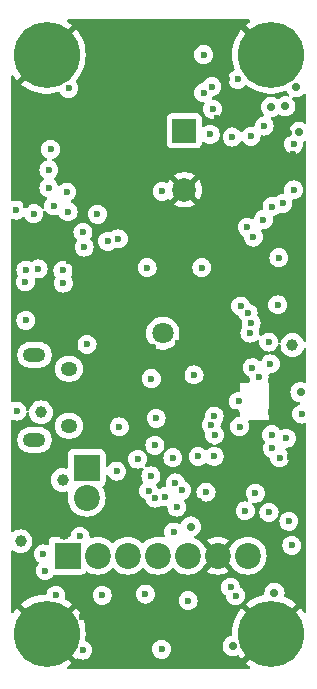
<source format=gbr>
%TF.GenerationSoftware,KiCad,Pcbnew,8.0.0*%
%TF.CreationDate,2024-04-01T12:03:42-07:00*%
%TF.ProjectId,lyrav3r1,6c797261-7633-4723-912e-6b696361645f,rev?*%
%TF.SameCoordinates,Original*%
%TF.FileFunction,Copper,L3,Inr*%
%TF.FilePolarity,Positive*%
%FSLAX46Y46*%
G04 Gerber Fmt 4.6, Leading zero omitted, Abs format (unit mm)*
G04 Created by KiCad (PCBNEW 8.0.0) date 2024-04-01 12:03:42*
%MOMM*%
%LPD*%
G01*
G04 APERTURE LIST*
%TA.AperFunction,ComponentPad*%
%ADD10C,5.600000*%
%TD*%
%TA.AperFunction,ComponentPad*%
%ADD11R,2.000000X2.000000*%
%TD*%
%TA.AperFunction,ComponentPad*%
%ADD12C,2.000000*%
%TD*%
%TA.AperFunction,ComponentPad*%
%ADD13R,2.200000X2.200000*%
%TD*%
%TA.AperFunction,ComponentPad*%
%ADD14C,2.200000*%
%TD*%
%TA.AperFunction,ComponentPad*%
%ADD15C,1.800000*%
%TD*%
%TA.AperFunction,ComponentPad*%
%ADD16O,1.400000X1.200000*%
%TD*%
%TA.AperFunction,ComponentPad*%
%ADD17O,1.900000X1.200000*%
%TD*%
%TA.AperFunction,ViaPad*%
%ADD18C,0.600000*%
%TD*%
%TA.AperFunction,ViaPad*%
%ADD19C,0.700000*%
%TD*%
%TA.AperFunction,ViaPad*%
%ADD20C,1.000000*%
%TD*%
G04 APERTURE END LIST*
D10*
%TO.N,GND*%
%TO.C,H3*%
X3000000Y3000000D03*
%TD*%
D11*
%TO.N,/BUZZER*%
%TO.C,BZ1*%
X14672400Y45579000D03*
D12*
%TO.N,GND*%
X14672400Y40579000D03*
%TD*%
D13*
%TO.N,+BATT*%
%TO.C,J8*%
X4791800Y9601800D03*
D14*
%TO.N,/P4-*%
X7331800Y9601800D03*
%TO.N,/P3-*%
X9871800Y9601800D03*
%TO.N,/P2-*%
X12411800Y9601800D03*
%TO.N,/P1-*%
X14951800Y9601800D03*
%TO.N,GND*%
X17491800Y9601800D03*
%TO.N,/BATT RAW*%
X20031800Y9601800D03*
%TD*%
D15*
%TO.N,/ANT IN*%
%TO.C,AE1*%
X12843600Y28439000D03*
%TD*%
D10*
%TO.N,GND*%
%TO.C,H1*%
X3000000Y52000000D03*
%TD*%
%TO.N,GND*%
%TO.C,H2*%
X22000000Y52000000D03*
%TD*%
%TO.N,GND*%
%TO.C,H4*%
X22000000Y3000000D03*
%TD*%
D13*
%TO.N,/BATT POSTSW*%
%TO.C,J2*%
X6392000Y17044000D03*
D14*
%TO.N,/BATT RAW*%
X6392000Y14504000D03*
%TD*%
D16*
%TO.N,unconnected-(J7-Shield-Pad6)*%
%TO.C,J7*%
X4879700Y25433000D03*
%TO.N,N/C*%
X4879700Y20593000D03*
D17*
X1979700Y19413000D03*
X1979700Y26613000D03*
%TD*%
D18*
%TO.N,GND*%
X9922600Y44577600D03*
D19*
X10557600Y53620000D03*
D18*
X11827600Y31420400D03*
X10252800Y46279400D03*
X9744800Y45365000D03*
X17288600Y25095800D03*
X23579348Y17992888D03*
X13631000Y49937000D03*
X12030800Y27229400D03*
X11980000Y12243400D03*
X11776800Y635700D03*
X9440000Y31496600D03*
X12437200Y30887000D03*
X5900000Y29025000D03*
X16171000Y30988600D03*
X15879457Y14185415D03*
X16145600Y30175800D03*
X12872800Y49302000D03*
X21718968Y16825193D03*
X12157800Y44222000D03*
X10456000Y29058200D03*
X22024800Y21757400D03*
X8424000Y11176600D03*
X23791000Y41783600D03*
X11091000Y46457200D03*
X12183200Y32969800D03*
X15840800Y27686600D03*
X11375774Y32862826D03*
X17421299Y46674872D03*
X12538800Y44933200D03*
X23867200Y43615000D03*
X9643200Y29566200D03*
X20842000Y20066600D03*
X20108000Y26543600D03*
X13453200Y21387400D03*
X18797600Y43383800D03*
X13350600Y4622400D03*
X24517200Y24995105D03*
X11268800Y27483400D03*
X11294200Y49403600D03*
X10483820Y35431180D03*
X3033199Y24421783D03*
X4868000Y34544600D03*
X19065198Y21793800D03*
X16145600Y28550200D03*
X12843600Y48438400D03*
X16145600Y29363000D03*
X11446600Y47498600D03*
X9440000Y32360200D03*
X15933573Y21345428D03*
X10151200Y4420200D03*
X12843600Y47447800D03*
X10456000Y28042200D03*
X15824574Y19683236D03*
X12843600Y46584200D03*
X9372400Y30491154D03*
D19*
X14139000Y53874000D03*
D18*
X14977200Y27661200D03*
X22902000Y37440200D03*
X7900000Y20775000D03*
D19*
X23460800Y45346000D03*
D18*
X7385200Y50241800D03*
X4868000Y46685800D03*
X10938600Y50140200D03*
X16728800Y4393800D03*
X12183200Y30125000D03*
X11421200Y48438400D03*
X23918000Y38151400D03*
X6028400Y4386000D03*
X10862400Y24587800D03*
X1633379Y36853836D03*
X20260400Y46177800D03*
D20*
X4461600Y11401802D03*
D18*
X9166463Y17882200D03*
X13407020Y19491472D03*
X13859600Y50749800D03*
X10481400Y50800600D03*
X18319600Y49937000D03*
X14164400Y27635800D03*
X1261200Y39266200D03*
X12386400Y45720600D03*
%TO.N,+3V3*%
X10717300Y17773300D03*
X24597839Y21590600D03*
X19169603Y49937000D03*
X23918000Y40573802D03*
D19*
X24502200Y23444800D03*
D18*
X22735866Y17887803D03*
X6429700Y27483362D03*
X1250800Y29515400D03*
X23765600Y10465400D03*
X23926349Y44428670D03*
X22095400Y18688800D03*
X16501200Y14986600D03*
X21808400Y27686287D03*
X13758000Y11598200D03*
X9166187Y20510086D03*
X19343511Y20529512D03*
D19*
X21987600Y47577400D03*
X24133083Y49274182D03*
D18*
X11838400Y16350450D03*
X11878404Y24587800D03*
X15488401Y24909592D03*
X20683377Y14892191D03*
X4868000Y49175000D03*
X18726521Y45044448D03*
X17000000Y49314100D03*
%TO.N,+1V1*%
X12176816Y18944492D03*
X17239640Y19832480D03*
D20*
%TO.N,VBUS*%
X804000Y10824900D03*
X2531200Y21743000D03*
X4360000Y16002600D03*
D18*
%TO.N,Net-(D2-A)*%
X21835200Y13259400D03*
%TO.N,/P3-*%
X2887847Y8342200D03*
D19*
X15205800Y12065600D03*
D18*
%TO.N,/RUN*%
X23520599Y12506399D03*
%TO.N,/BOOTSEL*%
X6178780Y35723020D03*
%TO.N,/GPS 3v3*%
X22572140Y30836200D03*
D20*
X23816386Y27432600D03*
D18*
%TO.N,/SCL*%
X20412794Y25527612D03*
X19265615Y22657088D03*
X22061380Y19835580D03*
X20000271Y37395379D03*
D19*
X24375200Y45466600D03*
D18*
X17060000Y47397000D03*
X16299050Y48799747D03*
X21424998Y45974600D03*
X21952500Y25842208D03*
%TO.N,/BRKOUT4*%
X1211255Y32796407D03*
X11645200Y15092681D03*
X448400Y38862600D03*
%TO.N,/BRKOUT3*%
X12178863Y14466461D03*
X3344000Y43993400D03*
X1921600Y38557806D03*
%TO.N,/BRKOUT2*%
X3191600Y42266200D03*
X499200Y21844600D03*
X13010970Y14589711D03*
%TO.N,/BRKOUT1*%
X4715600Y40386600D03*
X21359377Y38045379D03*
X3191600Y40742200D03*
X12792800Y40437400D03*
X17190200Y21418783D03*
%TO.N,Net-(IC1-1PPS)*%
X23003600Y39421400D03*
X22674998Y34824000D03*
%TO.N,/P2 EN *%
X18584000Y6909400D03*
X14988600Y5799013D03*
%TO.N,/P3 EN *%
X11370400Y6350600D03*
X14437600Y15139000D03*
%TO.N,/P4 EN *%
X7712800Y6249000D03*
X13904408Y15750112D03*
%TO.N,/BATT SENSE *%
X5833200Y11227400D03*
X13700394Y17891472D03*
X3788521Y6232968D03*
X8932000Y16764600D03*
D19*
%TO.N,/P1 CONT *%
X18761800Y1956400D03*
X22292400Y6452200D03*
D18*
%TO.N,/P3 CONT *%
X14029202Y13706600D03*
X2724844Y9743800D03*
%TO.N,/P2 CONT *%
X19006945Y6222893D03*
X12742000Y1677000D03*
%TO.N,/QSPI_SS*%
X4413007Y32676065D03*
X1250800Y33782600D03*
%TO.N,/P4 CONT *%
X15853590Y17994763D03*
X6061800Y1600800D03*
%TO.N,Net-(D3-K)*%
X19827027Y13388876D03*
%TO.N,/SDA*%
X23305832Y19542095D03*
X20311200Y45111000D03*
X20514400Y36576600D03*
D19*
X23215578Y47645712D03*
D18*
X16856800Y45263400D03*
X21003091Y24715094D03*
X16298000Y52019800D03*
%TO.N,/ANT OFF*%
X11519198Y33996200D03*
X16145600Y33996200D03*
%TO.N,/QSPI_SD1*%
X2288124Y33873276D03*
X4389334Y33747294D03*
%TO.N,/BUZZER*%
X22091451Y39151783D03*
X17191164Y18014336D03*
%TO.N,/SX CS*%
X20317304Y29323144D03*
X4817200Y38720600D03*
%TO.N,/BUSY*%
X16936027Y20660232D03*
X8173380Y36217620D03*
%TO.N,/MISO*%
X7306400Y38507000D03*
X20062661Y30134107D03*
%TO.N,/MOSI*%
X6082187Y36978370D03*
X19438861Y30734600D03*
%TO.N,/SCK*%
X20223691Y28438603D03*
X3599401Y39216799D03*
%TO.N,/SX RST*%
X9084400Y36424200D03*
X12284800Y21235000D03*
%TD*%
%TA.AperFunction,Conductor*%
%TO.N,GND*%
G36*
X20205586Y54980315D02*
G01*
X20251341Y54927511D01*
X20261285Y54858353D01*
X20232260Y54794797D01*
X20202475Y54769749D01*
X20145370Y54735391D01*
X20145367Y54735389D01*
X19860486Y54518830D01*
X19860485Y54518829D01*
X19847257Y54506298D01*
X19847256Y54506297D01*
X21059301Y53294252D01*
X20957670Y53220412D01*
X20779588Y53042330D01*
X20705748Y52940699D01*
X19496442Y54150005D01*
X19496441Y54150004D01*
X19369033Y54000008D01*
X19168218Y53703828D01*
X19000606Y53387678D01*
X19000597Y53387660D01*
X18868149Y53055240D01*
X18868147Y53055233D01*
X18772421Y52710458D01*
X18772415Y52710432D01*
X18714527Y52357332D01*
X18714526Y52357315D01*
X18695153Y52000003D01*
X18695153Y51999998D01*
X18714526Y51642686D01*
X18714527Y51642669D01*
X18772415Y51289569D01*
X18772421Y51289543D01*
X18868147Y50944768D01*
X18868149Y50944761D01*
X18912975Y50832257D01*
X18919502Y50762693D01*
X18887384Y50700643D01*
X18838741Y50669320D01*
X18820083Y50662791D01*
X18667340Y50566816D01*
X18539787Y50439263D01*
X18443814Y50286524D01*
X18384234Y50116255D01*
X18384233Y50116250D01*
X18364038Y49937004D01*
X18364038Y49936997D01*
X18384233Y49757751D01*
X18384234Y49757746D01*
X18443814Y49587477D01*
X18539787Y49434738D01*
X18667341Y49307184D01*
X18820081Y49211211D01*
X18923555Y49175004D01*
X18990348Y49151632D01*
X18990353Y49151631D01*
X19169599Y49131435D01*
X19169603Y49131435D01*
X19169607Y49131435D01*
X19348852Y49151631D01*
X19348855Y49151632D01*
X19348858Y49151632D01*
X19519125Y49211211D01*
X19671865Y49307184D01*
X19775628Y49410947D01*
X19836951Y49444432D01*
X19906643Y49439448D01*
X19938351Y49421982D01*
X20145373Y49264608D01*
X20451990Y49080124D01*
X20776739Y48929878D01*
X20776744Y48929877D01*
X21115855Y48815617D01*
X21465339Y48738689D01*
X21821075Y48700001D01*
X21821085Y48700000D01*
X22178915Y48700000D01*
X22178924Y48700001D01*
X22534660Y48738689D01*
X22884144Y48815617D01*
X23223241Y48929872D01*
X23226365Y48931116D01*
X23226432Y48930947D01*
X23226434Y48930947D01*
X23226443Y48930921D01*
X23227082Y48929316D01*
X23288504Y48938921D01*
X23352413Y48910684D01*
X23379759Y48877978D01*
X23424927Y48799744D01*
X23441224Y48771517D01*
X23524668Y48678843D01*
X23554898Y48615852D01*
X23546273Y48546516D01*
X23501531Y48492851D01*
X23434879Y48471893D01*
X23406738Y48474581D01*
X23304970Y48496212D01*
X23304969Y48496212D01*
X23126187Y48496212D01*
X23110375Y48492851D01*
X22951311Y48459042D01*
X22951306Y48459040D01*
X22787986Y48386325D01*
X22643345Y48281236D01*
X22638682Y48277037D01*
X22575689Y48246810D01*
X22506354Y48255437D01*
X22482830Y48268871D01*
X22415193Y48318012D01*
X22251867Y48390729D01*
X22251865Y48390730D01*
X22096835Y48423682D01*
X22076991Y48427900D01*
X21898209Y48427900D01*
X21878365Y48423682D01*
X21723333Y48390730D01*
X21723328Y48390728D01*
X21560008Y48318013D01*
X21415368Y48212925D01*
X21295740Y48080064D01*
X21206350Y47925236D01*
X21206347Y47925230D01*
X21151104Y47755208D01*
X21151103Y47755206D01*
X21132415Y47577400D01*
X21151103Y47399595D01*
X21151104Y47399593D01*
X21206347Y47229571D01*
X21206350Y47229565D01*
X21295741Y47074735D01*
X21340996Y47024474D01*
X21387100Y46973270D01*
X21417330Y46910278D01*
X21408704Y46840943D01*
X21363963Y46787278D01*
X21308835Y46767078D01*
X21245747Y46759970D01*
X21245743Y46759969D01*
X21075474Y46700389D01*
X20922735Y46604416D01*
X20795182Y46476863D01*
X20699209Y46324124D01*
X20639629Y46153855D01*
X20639628Y46153851D01*
X20622994Y46006219D01*
X20595927Y45941805D01*
X20538332Y45902250D01*
X20485891Y45896883D01*
X20311204Y45916565D01*
X20311196Y45916565D01*
X20131950Y45896370D01*
X20131945Y45896369D01*
X19961676Y45836789D01*
X19808937Y45740816D01*
X19681384Y45613263D01*
X19681382Y45613260D01*
X19602944Y45488428D01*
X19550609Y45442137D01*
X19481556Y45431490D01*
X19417708Y45459865D01*
X19392957Y45488429D01*
X19356336Y45546711D01*
X19228783Y45674264D01*
X19076044Y45770237D01*
X18905775Y45829817D01*
X18905770Y45829818D01*
X18726525Y45850013D01*
X18726517Y45850013D01*
X18547271Y45829818D01*
X18547266Y45829817D01*
X18376997Y45770237D01*
X18224258Y45674264D01*
X18096705Y45546711D01*
X18000732Y45393972D01*
X17941152Y45223703D01*
X17941151Y45223698D01*
X17920956Y45044452D01*
X17920956Y45044445D01*
X17941151Y44865199D01*
X17941152Y44865194D01*
X18000732Y44694925D01*
X18062892Y44595999D01*
X18096705Y44542186D01*
X18224259Y44414632D01*
X18271081Y44385212D01*
X18365901Y44325632D01*
X18376999Y44318659D01*
X18547266Y44259080D01*
X18547271Y44259079D01*
X18726517Y44238883D01*
X18726521Y44238883D01*
X18726525Y44238883D01*
X18905770Y44259079D01*
X18905773Y44259080D01*
X18905776Y44259080D01*
X19076043Y44318659D01*
X19228783Y44414632D01*
X19356337Y44542186D01*
X19434776Y44667021D01*
X19487110Y44713311D01*
X19556163Y44723959D01*
X19620012Y44695584D01*
X19644762Y44667021D01*
X19681384Y44608738D01*
X19808938Y44481184D01*
X19961678Y44385211D01*
X20131945Y44325632D01*
X20131950Y44325631D01*
X20311196Y44305435D01*
X20311200Y44305435D01*
X20311204Y44305435D01*
X20490449Y44325631D01*
X20490452Y44325632D01*
X20490455Y44325632D01*
X20660722Y44385211D01*
X20813462Y44481184D01*
X20941016Y44608738D01*
X21036989Y44761478D01*
X21096568Y44931745D01*
X21099791Y44960344D01*
X21113202Y45079381D01*
X21140268Y45143795D01*
X21197862Y45183350D01*
X21250305Y45188718D01*
X21296591Y45183503D01*
X21424995Y45169035D01*
X21424998Y45169035D01*
X21425002Y45169035D01*
X21604247Y45189231D01*
X21604250Y45189232D01*
X21604253Y45189232D01*
X21774520Y45248811D01*
X21927260Y45344784D01*
X22054814Y45472338D01*
X22150787Y45625078D01*
X22210366Y45795345D01*
X22210367Y45795351D01*
X22230563Y45974597D01*
X22230563Y45974604D01*
X22210367Y46153850D01*
X22210366Y46153855D01*
X22196143Y46194503D01*
X22150787Y46324122D01*
X22054814Y46476862D01*
X22013982Y46517694D01*
X21980497Y46579017D01*
X21985481Y46648709D01*
X22027353Y46704642D01*
X22075883Y46726665D01*
X22076989Y46726900D01*
X22076991Y46726900D01*
X22232569Y46759969D01*
X22251863Y46764070D01*
X22251863Y46764071D01*
X22251867Y46764071D01*
X22415193Y46836788D01*
X22559830Y46941874D01*
X22559838Y46941883D01*
X22564485Y46946067D01*
X22627474Y46976301D01*
X22696810Y46967681D01*
X22720350Y46954240D01*
X22787979Y46905104D01*
X22787980Y46905103D01*
X22787982Y46905102D01*
X22787985Y46905100D01*
X22951311Y46832383D01*
X23126187Y46795212D01*
X23126188Y46795212D01*
X23304967Y46795212D01*
X23304969Y46795212D01*
X23479845Y46832383D01*
X23643171Y46905100D01*
X23787808Y47010186D01*
X23799161Y47022794D01*
X23844448Y47073091D01*
X23907437Y47143047D01*
X23996828Y47297877D01*
X24052075Y47467909D01*
X24070763Y47645712D01*
X24052075Y47823515D01*
X23996828Y47993547D01*
X23907437Y48148377D01*
X23823992Y48241052D01*
X23793762Y48304043D01*
X23802387Y48373379D01*
X23847129Y48427044D01*
X23913781Y48448002D01*
X23941919Y48445315D01*
X24043692Y48423682D01*
X24043693Y48423682D01*
X24222472Y48423682D01*
X24222474Y48423682D01*
X24397350Y48460853D01*
X24560676Y48533570D01*
X24705313Y48638656D01*
X24736003Y48672740D01*
X24783850Y48725880D01*
X24843336Y48762529D01*
X24913193Y48761199D01*
X24971242Y48722312D01*
X24999052Y48658216D01*
X25000000Y48642908D01*
X25000000Y46307297D01*
X24980315Y46240258D01*
X24927511Y46194503D01*
X24858353Y46184559D01*
X24808829Y46204659D01*
X24808426Y46203960D01*
X24803397Y46206864D01*
X24803119Y46206976D01*
X24802799Y46207209D01*
X24802797Y46207210D01*
X24802793Y46207212D01*
X24639467Y46279929D01*
X24639465Y46279930D01*
X24510711Y46307297D01*
X24464591Y46317100D01*
X24285809Y46317100D01*
X24255154Y46310585D01*
X24110933Y46279930D01*
X24110928Y46279928D01*
X23947608Y46207213D01*
X23802968Y46102125D01*
X23683340Y45969264D01*
X23593950Y45814436D01*
X23593947Y45814430D01*
X23538704Y45644408D01*
X23538703Y45644406D01*
X23520015Y45466600D01*
X23538703Y45288795D01*
X23551555Y45249241D01*
X23553549Y45179400D01*
X23517467Y45119568D01*
X23499595Y45105931D01*
X23424086Y45058486D01*
X23296533Y44930933D01*
X23200560Y44778194D01*
X23140980Y44607925D01*
X23140979Y44607920D01*
X23120784Y44428674D01*
X23120784Y44428667D01*
X23140979Y44249421D01*
X23140980Y44249416D01*
X23200560Y44079147D01*
X23254439Y43993400D01*
X23296533Y43926408D01*
X23424087Y43798854D01*
X23576827Y43702881D01*
X23745448Y43643878D01*
X23747094Y43643302D01*
X23747099Y43643301D01*
X23926345Y43623105D01*
X23926349Y43623105D01*
X23926353Y43623105D01*
X24105598Y43643301D01*
X24105601Y43643302D01*
X24105604Y43643302D01*
X24275871Y43702881D01*
X24428611Y43798854D01*
X24556165Y43926408D01*
X24652138Y44079148D01*
X24711717Y44249415D01*
X24719519Y44318660D01*
X24731914Y44428667D01*
X24731914Y44428673D01*
X24713567Y44591505D01*
X24725621Y44660327D01*
X24772970Y44711707D01*
X24786348Y44718667D01*
X24802793Y44725988D01*
X24803109Y44726218D01*
X24803325Y44726295D01*
X24808423Y44729238D01*
X24808960Y44728307D01*
X24868912Y44749701D01*
X24936967Y44733881D01*
X24985665Y44683779D01*
X25000000Y44625904D01*
X25000000Y27813304D01*
X24980315Y27746265D01*
X24927511Y27700510D01*
X24858353Y27690566D01*
X24794797Y27719591D01*
X24757340Y27777308D01*
X24747791Y27808786D01*
X24745200Y27817327D01*
X24681586Y27936341D01*
X24652299Y27991133D01*
X24652295Y27991140D01*
X24527269Y28143484D01*
X24374925Y28268510D01*
X24374918Y28268514D01*
X24201119Y28361412D01*
X24201113Y28361414D01*
X24012518Y28418624D01*
X24012515Y28418625D01*
X23816386Y28437941D01*
X23620256Y28418625D01*
X23431652Y28361412D01*
X23257853Y28268514D01*
X23257846Y28268510D01*
X23105502Y28143484D01*
X22980476Y27991140D01*
X22980472Y27991133D01*
X22887572Y27817329D01*
X22851855Y27699588D01*
X22813557Y27641149D01*
X22749745Y27612693D01*
X22680678Y27623254D01*
X22628285Y27669479D01*
X22609975Y27721701D01*
X22593769Y27865537D01*
X22593768Y27865542D01*
X22568994Y27936341D01*
X22534189Y28035809D01*
X22438216Y28188549D01*
X22310662Y28316103D01*
X22310660Y28316104D01*
X22157923Y28412076D01*
X21987654Y28471656D01*
X21987649Y28471657D01*
X21808404Y28491852D01*
X21808396Y28491852D01*
X21629150Y28471657D01*
X21629145Y28471656D01*
X21458876Y28412076D01*
X21306139Y28316104D01*
X21229121Y28239086D01*
X21167797Y28205602D01*
X21098106Y28210586D01*
X21042172Y28252458D01*
X21017756Y28317923D01*
X21018220Y28340651D01*
X21029256Y28438600D01*
X21029256Y28438607D01*
X21009060Y28617853D01*
X21009057Y28617866D01*
X20960997Y28755213D01*
X20957435Y28824992D01*
X20973044Y28862140D01*
X20987775Y28885584D01*
X21043093Y28973622D01*
X21102672Y29143889D01*
X21102673Y29143895D01*
X21122869Y29323141D01*
X21122869Y29323148D01*
X21102673Y29502394D01*
X21102672Y29502399D01*
X21043092Y29672668D01*
X21003886Y29735064D01*
X20947120Y29825406D01*
X20887180Y29885346D01*
X20853695Y29946669D01*
X20851641Y29986911D01*
X20868226Y30134105D01*
X20868226Y30134111D01*
X20848030Y30313357D01*
X20848029Y30313362D01*
X20788449Y30483631D01*
X20692476Y30636370D01*
X20564923Y30763923D01*
X20449900Y30836197D01*
X21766575Y30836197D01*
X21786770Y30656951D01*
X21786771Y30656946D01*
X21846351Y30486677D01*
X21910191Y30385077D01*
X21942324Y30333938D01*
X22069878Y30206384D01*
X22222618Y30110411D01*
X22392885Y30050832D01*
X22392890Y30050831D01*
X22572136Y30030635D01*
X22572140Y30030635D01*
X22572144Y30030635D01*
X22751389Y30050831D01*
X22751392Y30050832D01*
X22751395Y30050832D01*
X22921662Y30110411D01*
X23074402Y30206384D01*
X23201956Y30333938D01*
X23297929Y30486678D01*
X23357508Y30656945D01*
X23357509Y30656951D01*
X23377705Y30836197D01*
X23377705Y30836204D01*
X23357509Y31015450D01*
X23357508Y31015455D01*
X23297928Y31185724D01*
X23201955Y31338463D01*
X23074402Y31466016D01*
X22921663Y31561989D01*
X22751394Y31621569D01*
X22751389Y31621570D01*
X22572144Y31641765D01*
X22572136Y31641765D01*
X22392890Y31621570D01*
X22392885Y31621569D01*
X22222616Y31561989D01*
X22069877Y31466016D01*
X21942324Y31338463D01*
X21846351Y31185724D01*
X21786771Y31015455D01*
X21786770Y31015450D01*
X21766575Y30836204D01*
X21766575Y30836197D01*
X20449900Y30836197D01*
X20412184Y30859896D01*
X20275884Y30907589D01*
X20219108Y30948311D01*
X20199797Y30983677D01*
X20164649Y31084124D01*
X20068676Y31236863D01*
X19941123Y31364416D01*
X19788384Y31460389D01*
X19618115Y31519969D01*
X19618110Y31519970D01*
X19438865Y31540165D01*
X19438857Y31540165D01*
X19259611Y31519970D01*
X19259606Y31519969D01*
X19089337Y31460389D01*
X18936598Y31364416D01*
X18809045Y31236863D01*
X18713072Y31084124D01*
X18653492Y30913855D01*
X18653491Y30913850D01*
X18633296Y30734604D01*
X18633296Y30734597D01*
X18653491Y30555351D01*
X18653492Y30555346D01*
X18713072Y30385077D01*
X18803484Y30241189D01*
X18809045Y30232338D01*
X18936599Y30104784D01*
X19089339Y30008811D01*
X19225637Y29961119D01*
X19282412Y29920397D01*
X19301724Y29885032D01*
X19336872Y29784585D01*
X19432845Y29631845D01*
X19492784Y29571906D01*
X19526269Y29510583D01*
X19528323Y29470342D01*
X19511739Y29323149D01*
X19511739Y29323141D01*
X19531934Y29143895D01*
X19531936Y29143887D01*
X19579998Y29006534D01*
X19583559Y28936756D01*
X19567950Y28899609D01*
X19497903Y28788129D01*
X19438322Y28617858D01*
X19438321Y28617853D01*
X19418126Y28438607D01*
X19418126Y28438600D01*
X19438321Y28259354D01*
X19438322Y28259349D01*
X19497902Y28089080D01*
X19593875Y27936341D01*
X19721429Y27808787D01*
X19874169Y27712814D01*
X20017624Y27662617D01*
X20044436Y27653235D01*
X20044441Y27653234D01*
X20223687Y27633038D01*
X20223691Y27633038D01*
X20223695Y27633038D01*
X20402940Y27653234D01*
X20402943Y27653235D01*
X20402946Y27653235D01*
X20573213Y27712814D01*
X20725953Y27808787D01*
X20802972Y27885807D01*
X20864291Y27919289D01*
X20933983Y27914305D01*
X20989917Y27872434D01*
X21014334Y27806970D01*
X21013870Y27784241D01*
X21002835Y27686293D01*
X21002835Y27686284D01*
X21023030Y27507038D01*
X21023031Y27507033D01*
X21082611Y27336764D01*
X21129256Y27262530D01*
X21178584Y27184025D01*
X21306138Y27056471D01*
X21458878Y26960498D01*
X21629145Y26900919D01*
X21629150Y26900918D01*
X21808396Y26880722D01*
X21811952Y26880722D01*
X21814165Y26880072D01*
X21815319Y26879942D01*
X21815296Y26879741D01*
X21871294Y26863297D01*
X21914013Y26890750D01*
X21935065Y26894993D01*
X21987649Y26900918D01*
X21987652Y26900919D01*
X21987655Y26900919D01*
X22157922Y26960498D01*
X22310662Y27056471D01*
X22438216Y27184025D01*
X22534189Y27336765D01*
X22572181Y27445343D01*
X22612903Y27502117D01*
X22677855Y27527865D01*
X22746417Y27514409D01*
X22796820Y27466022D01*
X22812626Y27416541D01*
X22830361Y27236471D01*
X22849073Y27174787D01*
X22886351Y27051897D01*
X22887574Y27047867D01*
X22980472Y26874068D01*
X22980476Y26874061D01*
X23105502Y26721717D01*
X23257846Y26596691D01*
X23257853Y26596687D01*
X23431652Y26503789D01*
X23431655Y26503789D01*
X23431659Y26503786D01*
X23620254Y26446576D01*
X23816386Y26427259D01*
X24012518Y26446576D01*
X24201113Y26503786D01*
X24206008Y26506402D01*
X24374918Y26596687D01*
X24374924Y26596690D01*
X24527269Y26721717D01*
X24652296Y26874062D01*
X24745200Y27047873D01*
X24757340Y27087894D01*
X24795637Y27146331D01*
X24859449Y27174787D01*
X24928516Y27164227D01*
X24980909Y27118003D01*
X25000000Y27051897D01*
X25000000Y24345097D01*
X24980315Y24278058D01*
X24927511Y24232303D01*
X24858353Y24222359D01*
X24825565Y24231817D01*
X24824473Y24232303D01*
X24766467Y24258129D01*
X24766465Y24258130D01*
X24606415Y24292149D01*
X24591591Y24295300D01*
X24412809Y24295300D01*
X24397985Y24292149D01*
X24237933Y24258130D01*
X24237928Y24258128D01*
X24074608Y24185413D01*
X23929968Y24080325D01*
X23810340Y23947464D01*
X23720950Y23792636D01*
X23720947Y23792630D01*
X23665704Y23622608D01*
X23665703Y23622606D01*
X23647015Y23444800D01*
X23665703Y23266995D01*
X23665704Y23266993D01*
X23720947Y23096971D01*
X23720950Y23096965D01*
X23810341Y22942135D01*
X23852012Y22895854D01*
X23929964Y22809279D01*
X23929967Y22809277D01*
X23929970Y22809274D01*
X24074607Y22704188D01*
X24237933Y22631471D01*
X24371404Y22603101D01*
X24432886Y22569909D01*
X24466662Y22508746D01*
X24462010Y22439031D01*
X24420405Y22382899D01*
X24386578Y22364770D01*
X24248319Y22316391D01*
X24095576Y22220416D01*
X23968023Y22092863D01*
X23872050Y21940124D01*
X23812470Y21769855D01*
X23812469Y21769850D01*
X23792274Y21590604D01*
X23792274Y21590597D01*
X23812469Y21411351D01*
X23812470Y21411346D01*
X23872050Y21241077D01*
X23952235Y21113465D01*
X23968023Y21088338D01*
X24095577Y20960784D01*
X24166021Y20916521D01*
X24215425Y20885478D01*
X24248317Y20864811D01*
X24360633Y20825510D01*
X24418584Y20805232D01*
X24418589Y20805231D01*
X24597835Y20785035D01*
X24597839Y20785035D01*
X24597843Y20785035D01*
X24777088Y20805231D01*
X24777090Y20805232D01*
X24777094Y20805232D01*
X24835045Y20825511D01*
X24904822Y20829073D01*
X24965450Y20794345D01*
X24997678Y20732352D01*
X25000000Y20708469D01*
X25000000Y4859570D01*
X24980315Y4792531D01*
X24927511Y4746776D01*
X24858353Y4736832D01*
X24794797Y4765857D01*
X24773367Y4789983D01*
X24630975Y4999995D01*
X24630964Y5000009D01*
X24503556Y5150004D01*
X23294251Y3940699D01*
X23220412Y4042330D01*
X23042330Y4220412D01*
X22940698Y4294252D01*
X24152742Y5506296D01*
X24139504Y5518837D01*
X23854632Y5735389D01*
X23854629Y5735391D01*
X23548009Y5919877D01*
X23223260Y6070123D01*
X23223256Y6070124D01*
X23194627Y6079770D01*
X23137382Y6119830D01*
X23110882Y6184479D01*
X23116289Y6235596D01*
X23128897Y6274397D01*
X23147585Y6452200D01*
X23128897Y6630003D01*
X23094706Y6735231D01*
X23073652Y6800030D01*
X23073649Y6800036D01*
X22984259Y6954865D01*
X22927109Y7018336D01*
X22864635Y7087722D01*
X22864632Y7087724D01*
X22864631Y7087725D01*
X22864630Y7087726D01*
X22719993Y7192812D01*
X22556667Y7265529D01*
X22556665Y7265530D01*
X22428994Y7292667D01*
X22381791Y7302700D01*
X22203009Y7302700D01*
X22172354Y7296185D01*
X22028133Y7265530D01*
X22028128Y7265528D01*
X21864808Y7192813D01*
X21720168Y7087725D01*
X21600540Y6954864D01*
X21511150Y6800036D01*
X21511147Y6800030D01*
X21455904Y6630008D01*
X21455903Y6630006D01*
X21437215Y6452200D01*
X21445874Y6369812D01*
X21433304Y6301082D01*
X21385572Y6250059D01*
X21349210Y6235750D01*
X21115855Y6184385D01*
X20776744Y6070124D01*
X20776739Y6070123D01*
X20451990Y5919877D01*
X20145370Y5735391D01*
X20145367Y5735389D01*
X19860486Y5518830D01*
X19860485Y5518829D01*
X19847257Y5506298D01*
X19847256Y5506297D01*
X21059301Y4294252D01*
X20957670Y4220412D01*
X20779588Y4042330D01*
X20705748Y3940699D01*
X19496442Y5150005D01*
X19496441Y5150004D01*
X19369033Y5000008D01*
X19168218Y4703828D01*
X19000606Y4387678D01*
X19000597Y4387660D01*
X18868149Y4055240D01*
X18868147Y4055233D01*
X18772421Y3710458D01*
X18772415Y3710432D01*
X18714527Y3357332D01*
X18714526Y3357315D01*
X18695153Y3000003D01*
X18695153Y2999996D01*
X18699499Y2919822D01*
X18683472Y2851815D01*
X18633222Y2803269D01*
X18601462Y2791820D01*
X18497533Y2769730D01*
X18497528Y2769728D01*
X18334208Y2697013D01*
X18189568Y2591925D01*
X18069940Y2459064D01*
X17980550Y2304236D01*
X17980547Y2304230D01*
X17925304Y2134208D01*
X17925303Y2134206D01*
X17906615Y1956400D01*
X17925303Y1778595D01*
X17925304Y1778593D01*
X17980547Y1608571D01*
X17980550Y1608565D01*
X18069941Y1453735D01*
X18098920Y1421551D01*
X18189564Y1320879D01*
X18189567Y1320877D01*
X18189570Y1320874D01*
X18334207Y1215788D01*
X18497533Y1143071D01*
X18672409Y1105900D01*
X18672410Y1105900D01*
X18851189Y1105900D01*
X18851191Y1105900D01*
X19026067Y1143071D01*
X19120172Y1184970D01*
X19189421Y1194254D01*
X19252698Y1164626D01*
X19273240Y1141277D01*
X19369024Y1000006D01*
X19369035Y999992D01*
X19496441Y849998D01*
X19496442Y849998D01*
X20705747Y2059303D01*
X20779588Y1957670D01*
X20957670Y1779588D01*
X21059300Y1705749D01*
X19847257Y493706D01*
X19860495Y481164D01*
X20145367Y264612D01*
X20145370Y264610D01*
X20202475Y230251D01*
X20249770Y178822D01*
X20261753Y109987D01*
X20234618Y45601D01*
X20176982Y6107D01*
X20138547Y0D01*
X4861453Y0D01*
X4794414Y19685D01*
X4748659Y72489D01*
X4738715Y141647D01*
X4767740Y205203D01*
X4797525Y230251D01*
X4854629Y264610D01*
X4854632Y264612D01*
X5139509Y481169D01*
X5152742Y493705D01*
X3940698Y1705749D01*
X4042330Y1779588D01*
X4220412Y1957670D01*
X4294251Y2059302D01*
X5503556Y849998D01*
X5520508Y869954D01*
X5578911Y908305D01*
X5648778Y908993D01*
X5680989Y894671D01*
X5712275Y875012D01*
X5882545Y815432D01*
X5882550Y815431D01*
X6061796Y795235D01*
X6061800Y795235D01*
X6061804Y795235D01*
X6241049Y815431D01*
X6241052Y815432D01*
X6241055Y815432D01*
X6411322Y875011D01*
X6564062Y970984D01*
X6691616Y1098538D01*
X6787589Y1251278D01*
X6847168Y1421545D01*
X6847169Y1421551D01*
X6867365Y1600797D01*
X6867365Y1600804D01*
X6858780Y1676997D01*
X11936435Y1676997D01*
X11956630Y1497751D01*
X11956631Y1497746D01*
X12016211Y1327477D01*
X12099921Y1194254D01*
X12112184Y1174738D01*
X12239738Y1047184D01*
X12392478Y951211D01*
X12554060Y894671D01*
X12562745Y891632D01*
X12562750Y891631D01*
X12741996Y871435D01*
X12742000Y871435D01*
X12742004Y871435D01*
X12921249Y891631D01*
X12921252Y891632D01*
X12921255Y891632D01*
X13091522Y951211D01*
X13244262Y1047184D01*
X13371816Y1174738D01*
X13467789Y1327478D01*
X13527368Y1497745D01*
X13527369Y1497751D01*
X13547565Y1676997D01*
X13547565Y1677004D01*
X13527369Y1856250D01*
X13527368Y1856255D01*
X13467789Y2026522D01*
X13371816Y2179262D01*
X13244262Y2306816D01*
X13212795Y2326588D01*
X13091523Y2402789D01*
X12921254Y2462369D01*
X12921249Y2462370D01*
X12742004Y2482565D01*
X12741996Y2482565D01*
X12562750Y2462370D01*
X12562745Y2462369D01*
X12392476Y2402789D01*
X12239737Y2306816D01*
X12112184Y2179263D01*
X12016211Y2026524D01*
X11956631Y1856255D01*
X11956630Y1856250D01*
X11936435Y1677004D01*
X11936435Y1676997D01*
X6858780Y1676997D01*
X6847169Y1780050D01*
X6847168Y1780055D01*
X6787588Y1950324D01*
X6691615Y2103063D01*
X6564062Y2230616D01*
X6411324Y2326588D01*
X6411321Y2326590D01*
X6341543Y2351006D01*
X6284767Y2391727D01*
X6259020Y2456680D01*
X6260132Y2488109D01*
X6285472Y2642672D01*
X6285473Y2642686D01*
X6304847Y2999998D01*
X6304847Y3000003D01*
X6285473Y3357315D01*
X6285472Y3357332D01*
X6227584Y3710432D01*
X6227578Y3710458D01*
X6131852Y4055233D01*
X6131850Y4055240D01*
X5999402Y4387660D01*
X5999393Y4387678D01*
X5831781Y4703828D01*
X5630975Y4999995D01*
X5630964Y5000009D01*
X5503556Y5150004D01*
X4294251Y3940699D01*
X4220412Y4042330D01*
X4042330Y4220412D01*
X3940698Y4294252D01*
X5152742Y5506296D01*
X5139504Y5518837D01*
X4854632Y5735389D01*
X4854616Y5735400D01*
X4617128Y5878291D01*
X4569833Y5929720D01*
X4557850Y5998554D01*
X4564013Y6025491D01*
X4573889Y6053713D01*
X4573890Y6053719D01*
X4594086Y6232965D01*
X4594086Y6232972D01*
X4592280Y6248997D01*
X6907235Y6248997D01*
X6927430Y6069751D01*
X6927431Y6069746D01*
X6987011Y5899477D01*
X7019144Y5848338D01*
X7082984Y5746738D01*
X7210538Y5619184D01*
X7363278Y5523211D01*
X7437885Y5497105D01*
X7533545Y5463632D01*
X7533550Y5463631D01*
X7712796Y5443435D01*
X7712800Y5443435D01*
X7712804Y5443435D01*
X7892049Y5463631D01*
X7892052Y5463632D01*
X7892055Y5463632D01*
X8062322Y5523211D01*
X8215062Y5619184D01*
X8342616Y5746738D01*
X8438589Y5899478D01*
X8498168Y6069745D01*
X8503811Y6119830D01*
X8518365Y6248997D01*
X8518365Y6249004D01*
X8506918Y6350597D01*
X10564835Y6350597D01*
X10585030Y6171351D01*
X10585031Y6171346D01*
X10644611Y6001077D01*
X10708451Y5899477D01*
X10740584Y5848338D01*
X10868138Y5720784D01*
X10958480Y5664018D01*
X10998501Y5638871D01*
X11020878Y5624811D01*
X11111566Y5593078D01*
X11191145Y5565232D01*
X11191150Y5565231D01*
X11370396Y5545035D01*
X11370400Y5545035D01*
X11370404Y5545035D01*
X11549649Y5565231D01*
X11549652Y5565232D01*
X11549655Y5565232D01*
X11719922Y5624811D01*
X11872662Y5720784D01*
X11950888Y5799010D01*
X14183035Y5799010D01*
X14203230Y5619764D01*
X14203231Y5619759D01*
X14262811Y5449490D01*
X14283020Y5417328D01*
X14358784Y5296751D01*
X14486338Y5169197D01*
X14639078Y5073224D01*
X14809345Y5013645D01*
X14809350Y5013644D01*
X14988596Y4993448D01*
X14988600Y4993448D01*
X14988604Y4993448D01*
X15167849Y5013644D01*
X15167852Y5013645D01*
X15167855Y5013645D01*
X15338122Y5073224D01*
X15490862Y5169197D01*
X15618416Y5296751D01*
X15714389Y5449491D01*
X15773968Y5619758D01*
X15773969Y5619764D01*
X15794165Y5799010D01*
X15794165Y5799017D01*
X15773969Y5978263D01*
X15773968Y5978268D01*
X15747569Y6053713D01*
X15714389Y6148535D01*
X15618416Y6301275D01*
X15490862Y6428829D01*
X15338123Y6524802D01*
X15167854Y6584382D01*
X15167849Y6584383D01*
X14988604Y6604578D01*
X14988596Y6604578D01*
X14809350Y6584383D01*
X14809345Y6584382D01*
X14639076Y6524802D01*
X14486337Y6428829D01*
X14358784Y6301276D01*
X14262811Y6148537D01*
X14203231Y5978268D01*
X14203230Y5978263D01*
X14183035Y5799017D01*
X14183035Y5799010D01*
X11950888Y5799010D01*
X12000216Y5848338D01*
X12096189Y6001078D01*
X12155768Y6171345D01*
X12157237Y6184384D01*
X12175965Y6350597D01*
X12175965Y6350604D01*
X12155769Y6529850D01*
X12155768Y6529855D01*
X12137350Y6582490D01*
X12096189Y6700122D01*
X12000216Y6852862D01*
X11943681Y6909397D01*
X17778435Y6909397D01*
X17798630Y6730151D01*
X17798631Y6730146D01*
X17858211Y6559877D01*
X17940555Y6428829D01*
X17954184Y6407138D01*
X18081738Y6279584D01*
X18153058Y6234771D01*
X18199349Y6182436D01*
X18210306Y6143661D01*
X18221575Y6043644D01*
X18281155Y5873372D01*
X18296885Y5848338D01*
X18377129Y5720631D01*
X18504683Y5593077D01*
X18548998Y5565232D01*
X18641388Y5507179D01*
X18657423Y5497104D01*
X18793493Y5449491D01*
X18827690Y5437525D01*
X18827695Y5437524D01*
X19006941Y5417328D01*
X19006945Y5417328D01*
X19006949Y5417328D01*
X19186194Y5437524D01*
X19186197Y5437525D01*
X19186200Y5437525D01*
X19356467Y5497104D01*
X19509207Y5593077D01*
X19636761Y5720631D01*
X19732734Y5873371D01*
X19792313Y6043638D01*
X19795255Y6069746D01*
X19812510Y6222890D01*
X19812510Y6222897D01*
X19792314Y6402143D01*
X19792313Y6402148D01*
X19788788Y6412223D01*
X19732734Y6572415D01*
X19726403Y6582490D01*
X19636760Y6725156D01*
X19509205Y6852711D01*
X19437884Y6897525D01*
X19391594Y6949859D01*
X19380637Y6988636D01*
X19369369Y7088650D01*
X19369368Y7088655D01*
X19332922Y7192812D01*
X19309789Y7258922D01*
X19282281Y7302700D01*
X19213815Y7411663D01*
X19086262Y7539216D01*
X18933523Y7635189D01*
X18763254Y7694769D01*
X18763249Y7694770D01*
X18584004Y7714965D01*
X18583996Y7714965D01*
X18404750Y7694770D01*
X18404745Y7694769D01*
X18234476Y7635189D01*
X18081737Y7539216D01*
X17954184Y7411663D01*
X17858211Y7258924D01*
X17798631Y7088655D01*
X17798630Y7088650D01*
X17778435Y6909404D01*
X17778435Y6909397D01*
X11943681Y6909397D01*
X11872662Y6980416D01*
X11812313Y7018336D01*
X11719923Y7076389D01*
X11549654Y7135969D01*
X11549649Y7135970D01*
X11370404Y7156165D01*
X11370396Y7156165D01*
X11191150Y7135970D01*
X11191145Y7135969D01*
X11020876Y7076389D01*
X10868137Y6980416D01*
X10740584Y6852863D01*
X10644611Y6700124D01*
X10585031Y6529855D01*
X10585030Y6529850D01*
X10564835Y6350604D01*
X10564835Y6350597D01*
X8506918Y6350597D01*
X8498169Y6428250D01*
X8498168Y6428255D01*
X8462618Y6529850D01*
X8438589Y6598522D01*
X8342616Y6751262D01*
X8215062Y6878816D01*
X8134727Y6929294D01*
X8062323Y6974789D01*
X7892054Y7034369D01*
X7892049Y7034370D01*
X7712804Y7054565D01*
X7712796Y7054565D01*
X7533550Y7034370D01*
X7533545Y7034369D01*
X7363276Y6974789D01*
X7210537Y6878816D01*
X7082984Y6751263D01*
X6987011Y6598524D01*
X6927431Y6428255D01*
X6927430Y6428250D01*
X6907235Y6249004D01*
X6907235Y6248997D01*
X4592280Y6248997D01*
X4573890Y6412218D01*
X4573889Y6412223D01*
X4534496Y6524802D01*
X4514310Y6582490D01*
X4504236Y6598522D01*
X4440397Y6700122D01*
X4418337Y6735230D01*
X4290783Y6862784D01*
X4216599Y6909397D01*
X4138044Y6958757D01*
X3967775Y7018337D01*
X3967770Y7018338D01*
X3788525Y7038533D01*
X3788517Y7038533D01*
X3609271Y7018338D01*
X3609266Y7018337D01*
X3438997Y6958757D01*
X3286258Y6862784D01*
X3158705Y6735231D01*
X3062732Y6582492D01*
X3003152Y6412223D01*
X3003151Y6412219D01*
X3002915Y6410116D01*
X3002383Y6408851D01*
X3001604Y6405436D01*
X3001005Y6405573D01*
X2975848Y6345702D01*
X2918253Y6306147D01*
X2879695Y6300000D01*
X2821075Y6300000D01*
X2465339Y6261312D01*
X2115855Y6184384D01*
X1776744Y6070124D01*
X1776739Y6070123D01*
X1451990Y5919877D01*
X1145370Y5735391D01*
X1145367Y5735389D01*
X860486Y5518830D01*
X860485Y5518829D01*
X847257Y5506298D01*
X847256Y5506297D01*
X2059301Y4294252D01*
X1957670Y4220412D01*
X1779588Y4042330D01*
X1705748Y3940699D01*
X496442Y5150005D01*
X496441Y5150004D01*
X369033Y5000008D01*
X226633Y4789983D01*
X172719Y4745542D01*
X103337Y4737304D01*
X40515Y4767885D01*
X4199Y4827575D01*
X0Y4859570D01*
X0Y9743797D01*
X1919279Y9743797D01*
X1939474Y9564551D01*
X1939475Y9564546D01*
X1999055Y9394277D01*
X2080856Y9264092D01*
X2095028Y9241538D01*
X2222582Y9113984D01*
X2258386Y9091487D01*
X2278213Y9079029D01*
X2324504Y9026694D01*
X2335152Y8957641D01*
X2306777Y8893792D01*
X2299923Y8886355D01*
X2258031Y8844463D01*
X2162058Y8691724D01*
X2102478Y8521455D01*
X2102477Y8521450D01*
X2082282Y8342204D01*
X2082282Y8342197D01*
X2102477Y8162951D01*
X2102478Y8162946D01*
X2162058Y7992677D01*
X2258029Y7839941D01*
X2258031Y7839938D01*
X2385585Y7712384D01*
X2538325Y7616411D01*
X2708592Y7556832D01*
X2708597Y7556831D01*
X2887843Y7536635D01*
X2887847Y7536635D01*
X2887851Y7536635D01*
X3067096Y7556831D01*
X3067099Y7556832D01*
X3067102Y7556832D01*
X3237369Y7616411D01*
X3390109Y7712384D01*
X3517663Y7839938D01*
X3582593Y7943275D01*
X3634925Y7989564D01*
X3687580Y8001301D01*
X5939672Y8001301D01*
X5999283Y8007709D01*
X6134131Y8058004D01*
X6249346Y8144254D01*
X6306728Y8220907D01*
X6362660Y8262776D01*
X6432352Y8267760D01*
X6470783Y8252321D01*
X6602940Y8171334D01*
X6834537Y8075404D01*
X6835689Y8074927D01*
X7080652Y8016117D01*
X7331800Y7996351D01*
X7582948Y8016117D01*
X7827911Y8074927D01*
X8060659Y8171334D01*
X8275459Y8302964D01*
X8467024Y8466576D01*
X8507510Y8513981D01*
X8566016Y8552173D01*
X8635884Y8552672D01*
X8694930Y8515318D01*
X8696035Y8514044D01*
X8736575Y8466577D01*
X8736576Y8466576D01*
X8928143Y8302962D01*
X8928146Y8302961D01*
X9142940Y8171334D01*
X9374537Y8075404D01*
X9375689Y8074927D01*
X9620652Y8016117D01*
X9871800Y7996351D01*
X10122948Y8016117D01*
X10367911Y8074927D01*
X10600659Y8171334D01*
X10815459Y8302964D01*
X11007024Y8466576D01*
X11047510Y8513981D01*
X11106016Y8552173D01*
X11175884Y8552672D01*
X11234930Y8515318D01*
X11236035Y8514044D01*
X11276575Y8466577D01*
X11276576Y8466576D01*
X11468143Y8302962D01*
X11468146Y8302961D01*
X11682940Y8171334D01*
X11914537Y8075404D01*
X11915689Y8074927D01*
X12160652Y8016117D01*
X12411800Y7996351D01*
X12662948Y8016117D01*
X12907911Y8074927D01*
X13140659Y8171334D01*
X13355459Y8302964D01*
X13547024Y8466576D01*
X13587510Y8513981D01*
X13646016Y8552173D01*
X13715884Y8552672D01*
X13774930Y8515318D01*
X13776035Y8514044D01*
X13816575Y8466577D01*
X13816576Y8466576D01*
X14008143Y8302962D01*
X14008146Y8302961D01*
X14222940Y8171334D01*
X14454537Y8075404D01*
X14455689Y8074927D01*
X14700652Y8016117D01*
X14951800Y7996351D01*
X15202948Y8016117D01*
X15447911Y8074927D01*
X15680659Y8171334D01*
X15895459Y8302964D01*
X16087024Y8466576D01*
X16250636Y8658141D01*
X16331679Y8790392D01*
X16349719Y8813274D01*
X16968012Y9431566D01*
X16979282Y9389508D01*
X17051690Y9264092D01*
X17154092Y9161690D01*
X17279508Y9089282D01*
X17321565Y9078013D01*
X16547619Y8304068D01*
X16547619Y8304067D01*
X16548434Y8303371D01*
X16763168Y8171781D01*
X16995843Y8075404D01*
X17240727Y8016613D01*
X17491800Y7996853D01*
X17742872Y8016613D01*
X17987756Y8075404D01*
X18220431Y8171781D01*
X18435161Y8303368D01*
X18435163Y8303370D01*
X18435980Y8304068D01*
X17662034Y9078013D01*
X17704092Y9089282D01*
X17829508Y9161690D01*
X17931910Y9264092D01*
X18004318Y9389508D01*
X18015587Y9431566D01*
X18633879Y8813274D01*
X18651925Y8790383D01*
X18732960Y8658147D01*
X18732961Y8658144D01*
X18732964Y8658141D01*
X18896576Y8466576D01*
X19042197Y8342204D01*
X19088143Y8302962D01*
X19088146Y8302961D01*
X19302940Y8171334D01*
X19534537Y8075404D01*
X19535689Y8074927D01*
X19780652Y8016117D01*
X20031800Y7996351D01*
X20282948Y8016117D01*
X20527911Y8074927D01*
X20760659Y8171334D01*
X20975459Y8302964D01*
X21167024Y8466576D01*
X21330636Y8658141D01*
X21462266Y8872941D01*
X21558673Y9105689D01*
X21617483Y9350652D01*
X21637249Y9601800D01*
X21617483Y9852948D01*
X21558673Y10097911D01*
X21488896Y10266368D01*
X21462266Y10330660D01*
X21379698Y10465397D01*
X22960035Y10465397D01*
X22980230Y10286151D01*
X22980231Y10286146D01*
X23039811Y10115877D01*
X23086288Y10041910D01*
X23135784Y9963138D01*
X23263338Y9835584D01*
X23416078Y9739611D01*
X23586345Y9680032D01*
X23586350Y9680031D01*
X23765596Y9659835D01*
X23765600Y9659835D01*
X23765604Y9659835D01*
X23944849Y9680031D01*
X23944852Y9680032D01*
X23944855Y9680032D01*
X24115122Y9739611D01*
X24267862Y9835584D01*
X24395416Y9963138D01*
X24491389Y10115878D01*
X24550968Y10286145D01*
X24550969Y10286151D01*
X24571165Y10465397D01*
X24571165Y10465404D01*
X24550969Y10644650D01*
X24550968Y10644655D01*
X24548598Y10651428D01*
X24491389Y10814922D01*
X24485119Y10824900D01*
X24410203Y10944129D01*
X24395416Y10967662D01*
X24267862Y11095216D01*
X24214614Y11128674D01*
X24115123Y11191189D01*
X23944854Y11250769D01*
X23944849Y11250770D01*
X23765604Y11270965D01*
X23765596Y11270965D01*
X23586350Y11250770D01*
X23586345Y11250769D01*
X23416076Y11191189D01*
X23263337Y11095216D01*
X23135784Y10967663D01*
X23039811Y10814924D01*
X22980231Y10644655D01*
X22980230Y10644650D01*
X22960035Y10465404D01*
X22960035Y10465397D01*
X21379698Y10465397D01*
X21330639Y10545454D01*
X21330638Y10545457D01*
X21259481Y10628771D01*
X21167024Y10737024D01*
X21008506Y10872411D01*
X20975456Y10900639D01*
X20975453Y10900640D01*
X20760659Y11032267D01*
X20527910Y11128674D01*
X20282951Y11187483D01*
X20031800Y11207249D01*
X19780648Y11187483D01*
X19535689Y11128674D01*
X19302940Y11032267D01*
X19088146Y10900640D01*
X19088143Y10900639D01*
X18896576Y10737024D01*
X18732966Y10545462D01*
X18651926Y10413219D01*
X18633880Y10390329D01*
X18015587Y9772036D01*
X18004318Y9814092D01*
X17931910Y9939508D01*
X17829508Y10041910D01*
X17704092Y10114318D01*
X17662034Y10125588D01*
X18435979Y10899534D01*
X18435162Y10900232D01*
X18220431Y11031820D01*
X17987756Y11128197D01*
X17742872Y11186988D01*
X17491800Y11206748D01*
X17240727Y11186988D01*
X16995843Y11128197D01*
X16763168Y11031820D01*
X16548437Y10900233D01*
X16547619Y10899534D01*
X17321565Y10125588D01*
X17279508Y10114318D01*
X17154092Y10041910D01*
X17051690Y9939508D01*
X16979282Y9814092D01*
X16968012Y9772036D01*
X16349719Y10390328D01*
X16331676Y10413214D01*
X16250636Y10545459D01*
X16087024Y10737024D01*
X15928506Y10872411D01*
X15895456Y10900639D01*
X15895453Y10900640D01*
X15680659Y11032267D01*
X15582225Y11073039D01*
X15527822Y11116880D01*
X15505757Y11183174D01*
X15523036Y11250873D01*
X15574173Y11298484D01*
X15579206Y11300863D01*
X15633393Y11324988D01*
X15778030Y11430074D01*
X15897659Y11562935D01*
X15987050Y11717765D01*
X16042297Y11887797D01*
X16060985Y12065600D01*
X16042297Y12243403D01*
X16014673Y12328419D01*
X15987052Y12413430D01*
X15987049Y12413436D01*
X15963725Y12453835D01*
X15897659Y12568265D01*
X15812280Y12663088D01*
X15778035Y12701122D01*
X15778032Y12701124D01*
X15778031Y12701125D01*
X15778030Y12701126D01*
X15633393Y12806212D01*
X15470067Y12878929D01*
X15470065Y12878930D01*
X15324463Y12909878D01*
X15295191Y12916100D01*
X15116409Y12916100D01*
X15087137Y12909878D01*
X14941533Y12878930D01*
X14941528Y12878928D01*
X14778208Y12806213D01*
X14633568Y12701125D01*
X14513940Y12568264D01*
X14424550Y12413436D01*
X14424548Y12413432D01*
X14395834Y12325059D01*
X14356396Y12267384D01*
X14292037Y12240186D01*
X14223191Y12252101D01*
X14211930Y12258385D01*
X14107524Y12323989D01*
X13937254Y12383569D01*
X13937249Y12383570D01*
X13758004Y12403765D01*
X13757996Y12403765D01*
X13578750Y12383570D01*
X13578745Y12383569D01*
X13408476Y12323989D01*
X13255737Y12228016D01*
X13128184Y12100463D01*
X13032211Y11947724D01*
X12972631Y11777455D01*
X12972630Y11777450D01*
X12952435Y11598204D01*
X12952435Y11598197D01*
X12972630Y11418951D01*
X12972632Y11418943D01*
X13014359Y11299694D01*
X13017920Y11229915D01*
X12983191Y11169288D01*
X12921198Y11137061D01*
X12868370Y11138166D01*
X12662951Y11187483D01*
X12411800Y11207249D01*
X12160648Y11187483D01*
X11915689Y11128674D01*
X11682940Y11032267D01*
X11468146Y10900640D01*
X11468143Y10900639D01*
X11276576Y10737024D01*
X11236090Y10689621D01*
X11177583Y10651428D01*
X11107715Y10650930D01*
X11048669Y10688284D01*
X11047510Y10689621D01*
X11007024Y10737024D01*
X10848506Y10872411D01*
X10815456Y10900639D01*
X10815453Y10900640D01*
X10600659Y11032267D01*
X10367910Y11128674D01*
X10122951Y11187483D01*
X9871800Y11207249D01*
X9620648Y11187483D01*
X9375689Y11128674D01*
X9142940Y11032267D01*
X8928146Y10900640D01*
X8928143Y10900639D01*
X8736576Y10737024D01*
X8696090Y10689621D01*
X8637583Y10651428D01*
X8567715Y10650930D01*
X8508669Y10688284D01*
X8507510Y10689621D01*
X8467024Y10737024D01*
X8308506Y10872411D01*
X8275456Y10900639D01*
X8275453Y10900640D01*
X8060659Y11032267D01*
X7827910Y11128674D01*
X7582951Y11187483D01*
X7331800Y11207249D01*
X7080648Y11187483D01*
X6835687Y11128673D01*
X6835685Y11128673D01*
X6810217Y11118123D01*
X6740748Y11110654D01*
X6678269Y11141930D01*
X6642617Y11202019D01*
X6640287Y11220565D01*
X6639545Y11220481D01*
X6618569Y11406650D01*
X6618568Y11406655D01*
X6563883Y11562935D01*
X6558989Y11576922D01*
X6538100Y11610166D01*
X6470491Y11717765D01*
X6463016Y11729662D01*
X6335462Y11857216D01*
X6286793Y11887797D01*
X6182723Y11953189D01*
X6012454Y12012769D01*
X6012449Y12012770D01*
X5833204Y12032965D01*
X5833196Y12032965D01*
X5653950Y12012770D01*
X5653945Y12012769D01*
X5483676Y11953189D01*
X5330937Y11857216D01*
X5203384Y11729663D01*
X5107411Y11576924D01*
X5047831Y11406655D01*
X5047830Y11406651D01*
X5037213Y11312416D01*
X5010146Y11248002D01*
X4952551Y11208447D01*
X4913993Y11202300D01*
X3643929Y11202300D01*
X3643923Y11202299D01*
X3584316Y11195892D01*
X3449471Y11145598D01*
X3449464Y11145594D01*
X3334255Y11059348D01*
X3334252Y11059345D01*
X3248006Y10944136D01*
X3248002Y10944129D01*
X3197708Y10809283D01*
X3191301Y10749684D01*
X3191300Y10749665D01*
X3191300Y10603435D01*
X3171615Y10536396D01*
X3118811Y10490641D01*
X3049653Y10480697D01*
X3026346Y10486393D01*
X2904101Y10529168D01*
X2904093Y10529170D01*
X2724848Y10549365D01*
X2724840Y10549365D01*
X2545594Y10529170D01*
X2545589Y10529169D01*
X2375320Y10469589D01*
X2222581Y10373616D01*
X2095028Y10246063D01*
X1999055Y10093324D01*
X1939475Y9923055D01*
X1939474Y9923050D01*
X1919279Y9743804D01*
X1919279Y9743797D01*
X0Y9743797D01*
X0Y9928260D01*
X19685Y9995299D01*
X72489Y10041054D01*
X141647Y10050998D01*
X202666Y10024112D01*
X245459Y9988992D01*
X245467Y9988987D01*
X419266Y9896089D01*
X419269Y9896089D01*
X419273Y9896086D01*
X607868Y9838876D01*
X804000Y9819559D01*
X1000132Y9838876D01*
X1188727Y9896086D01*
X1239183Y9923055D01*
X1362532Y9988987D01*
X1362538Y9988990D01*
X1514883Y10114017D01*
X1639910Y10266362D01*
X1706172Y10390329D01*
X1732811Y10440167D01*
X1732811Y10440168D01*
X1732814Y10440173D01*
X1790024Y10628768D01*
X1809341Y10824900D01*
X1790024Y11021032D01*
X1732814Y11209627D01*
X1732811Y11209631D01*
X1732811Y11209634D01*
X1639913Y11383433D01*
X1639909Y11383440D01*
X1514883Y11535784D01*
X1362539Y11660810D01*
X1362532Y11660814D01*
X1188733Y11753712D01*
X1188727Y11753714D01*
X1000132Y11810924D01*
X1000129Y11810925D01*
X804000Y11830241D01*
X607870Y11810925D01*
X419266Y11753712D01*
X245467Y11660814D01*
X245460Y11660809D01*
X202665Y11625688D01*
X138355Y11598375D01*
X69487Y11610166D01*
X17927Y11657318D01*
X0Y11721541D01*
X0Y16002600D01*
X3354659Y16002600D01*
X3373975Y15806471D01*
X3391072Y15750109D01*
X3422410Y15646802D01*
X3431188Y15617867D01*
X3524086Y15444068D01*
X3524090Y15444061D01*
X3649116Y15291717D01*
X3801460Y15166691D01*
X3801467Y15166687D01*
X3975266Y15073789D01*
X3975269Y15073789D01*
X3975273Y15073786D01*
X4163868Y15016576D01*
X4360000Y14997259D01*
X4556132Y15016576D01*
X4686572Y15056146D01*
X4756439Y15056769D01*
X4815552Y15019521D01*
X4845143Y14956228D01*
X4843142Y14908538D01*
X4806317Y14755152D01*
X4786551Y14504000D01*
X4806317Y14252849D01*
X4865126Y14007890D01*
X4961533Y13775141D01*
X5093160Y13560347D01*
X5093161Y13560344D01*
X5093164Y13560341D01*
X5256776Y13368776D01*
X5346940Y13291769D01*
X5448343Y13205162D01*
X5448346Y13205161D01*
X5663140Y13073534D01*
X5819756Y13008662D01*
X5895889Y12977127D01*
X6140852Y12918317D01*
X6392000Y12898551D01*
X6643148Y12918317D01*
X6888111Y12977127D01*
X7120859Y13073534D01*
X7335659Y13205164D01*
X7527224Y13368776D01*
X7690836Y13560341D01*
X7822466Y13775141D01*
X7918873Y14007889D01*
X7977683Y14252852D01*
X7997449Y14504000D01*
X7977683Y14755148D01*
X7918873Y15000111D01*
X7880531Y15092678D01*
X7822466Y15232860D01*
X7741479Y15365017D01*
X7723234Y15432462D01*
X7744350Y15499065D01*
X7772891Y15529071D01*
X7849546Y15586454D01*
X7935796Y15701669D01*
X7986091Y15836517D01*
X7992500Y15896127D01*
X7992499Y16324787D01*
X8012183Y16391823D01*
X8064987Y16437578D01*
X8134146Y16447522D01*
X8197702Y16418497D01*
X8221492Y16390756D01*
X8302179Y16262344D01*
X8302184Y16262338D01*
X8429738Y16134784D01*
X8582478Y16038811D01*
X8752745Y15979232D01*
X8752750Y15979231D01*
X8931996Y15959035D01*
X8932000Y15959035D01*
X8932004Y15959035D01*
X9111249Y15979231D01*
X9111252Y15979232D01*
X9111255Y15979232D01*
X9281522Y16038811D01*
X9434262Y16134784D01*
X9561816Y16262338D01*
X9657789Y16415078D01*
X9717368Y16585345D01*
X9717369Y16585351D01*
X9737565Y16764597D01*
X9737565Y16764604D01*
X9717369Y16943850D01*
X9717368Y16943855D01*
X9681097Y17047512D01*
X9657789Y17114122D01*
X9644156Y17135818D01*
X9598317Y17208771D01*
X9561816Y17266862D01*
X9434262Y17394416D01*
X9281523Y17490389D01*
X9111254Y17549969D01*
X9111249Y17549970D01*
X8932004Y17570165D01*
X8931996Y17570165D01*
X8752750Y17549970D01*
X8752745Y17549969D01*
X8582476Y17490389D01*
X8429737Y17394416D01*
X8302182Y17266861D01*
X8221492Y17138444D01*
X8169157Y17092153D01*
X8100104Y17081506D01*
X8036256Y17109881D01*
X7997884Y17168271D01*
X7992499Y17204417D01*
X7992499Y17773297D01*
X9911735Y17773297D01*
X9931930Y17594051D01*
X9931931Y17594046D01*
X9991511Y17423777D01*
X10076482Y17288548D01*
X10087484Y17271038D01*
X10215038Y17143484D01*
X10275709Y17105362D01*
X10358854Y17053118D01*
X10367778Y17047511D01*
X10451001Y17018390D01*
X10538045Y16987932D01*
X10538050Y16987931D01*
X10717296Y16967735D01*
X10717300Y16967735D01*
X10717304Y16967735D01*
X10896549Y16987931D01*
X10896551Y16987932D01*
X10896555Y16987932D01*
X10896558Y16987934D01*
X10896562Y16987934D01*
X11072667Y17049556D01*
X11142446Y17053118D01*
X11203073Y17018390D01*
X11235301Y16956396D01*
X11228896Y16886821D01*
X11210575Y16855209D01*
X11208585Y16852714D01*
X11112611Y16699974D01*
X11053031Y16529705D01*
X11053030Y16529700D01*
X11032835Y16350454D01*
X11032835Y16350447D01*
X11053030Y16171201D01*
X11053031Y16171196D01*
X11078072Y16099634D01*
X11112611Y16000928D01*
X11178468Y15896117D01*
X11180652Y15892642D01*
X11199652Y15825406D01*
X11179285Y15758570D01*
X11147735Y15727653D01*
X11148384Y15726840D01*
X11142937Y15722497D01*
X11015384Y15594944D01*
X10919411Y15442205D01*
X10859831Y15271936D01*
X10859830Y15271931D01*
X10839635Y15092685D01*
X10839635Y15092678D01*
X10859830Y14913432D01*
X10859831Y14913427D01*
X10919411Y14743158D01*
X10938401Y14712936D01*
X11015384Y14590419D01*
X11142938Y14462865D01*
X11295678Y14366892D01*
X11317641Y14359207D01*
X11319004Y14358730D01*
X11375780Y14318008D01*
X11395092Y14282642D01*
X11453073Y14116940D01*
X11485731Y14064965D01*
X11549047Y13964199D01*
X11676601Y13836645D01*
X11728011Y13804342D01*
X11795935Y13761662D01*
X11829341Y13740672D01*
X11926722Y13706597D01*
X11999608Y13681093D01*
X11999613Y13681092D01*
X12178859Y13660896D01*
X12178863Y13660896D01*
X12178867Y13660896D01*
X12358112Y13681092D01*
X12358115Y13681093D01*
X12358118Y13681093D01*
X12528385Y13740672D01*
X12651408Y13817974D01*
X12718641Y13836973D01*
X12758333Y13830020D01*
X12831707Y13804345D01*
X12831713Y13804344D01*
X12831715Y13804343D01*
X12831716Y13804343D01*
X12831720Y13804342D01*
X13010966Y13784146D01*
X13010970Y13784146D01*
X13010971Y13784146D01*
X13023702Y13785581D01*
X13089123Y13792952D01*
X13157943Y13780898D01*
X13209323Y13733549D01*
X13226226Y13683616D01*
X13243832Y13527350D01*
X13243833Y13527346D01*
X13303413Y13357077D01*
X13364788Y13259400D01*
X13399386Y13204338D01*
X13526940Y13076784D01*
X13586511Y13039353D01*
X13635358Y13008660D01*
X13679680Y12980811D01*
X13849147Y12921512D01*
X13849947Y12921232D01*
X13849952Y12921231D01*
X14029198Y12901035D01*
X14029202Y12901035D01*
X14029206Y12901035D01*
X14208451Y12921231D01*
X14208454Y12921232D01*
X14208457Y12921232D01*
X14378724Y12980811D01*
X14531464Y13076784D01*
X14659018Y13204338D01*
X14754991Y13357078D01*
X14766117Y13388873D01*
X19021462Y13388873D01*
X19041657Y13209627D01*
X19041658Y13209622D01*
X19101238Y13039353D01*
X19175283Y12921512D01*
X19197211Y12886614D01*
X19324765Y12759060D01*
X19477505Y12663087D01*
X19573251Y12629584D01*
X19647772Y12603508D01*
X19647777Y12603507D01*
X19827023Y12583311D01*
X19827027Y12583311D01*
X19827031Y12583311D01*
X20006276Y12603507D01*
X20006279Y12603508D01*
X20006282Y12603508D01*
X20176549Y12663087D01*
X20329289Y12759060D01*
X20456843Y12886614D01*
X20552816Y13039354D01*
X20612395Y13209621D01*
X20614938Y13232188D01*
X20618004Y13259397D01*
X21029635Y13259397D01*
X21049830Y13080151D01*
X21049831Y13080146D01*
X21109411Y12909877D01*
X21191831Y12778708D01*
X21205384Y12757138D01*
X21332938Y12629584D01*
X21406581Y12583311D01*
X21430526Y12568265D01*
X21485678Y12533611D01*
X21563454Y12506396D01*
X21655945Y12474032D01*
X21655950Y12474031D01*
X21835196Y12453835D01*
X21835200Y12453835D01*
X21835204Y12453835D01*
X22014449Y12474031D01*
X22014452Y12474032D01*
X22014455Y12474032D01*
X22106946Y12506396D01*
X22715034Y12506396D01*
X22735229Y12327150D01*
X22735230Y12327145D01*
X22794810Y12156876D01*
X22885359Y12012769D01*
X22890783Y12004137D01*
X23018337Y11876583D01*
X23171077Y11780610D01*
X23316675Y11729663D01*
X23341344Y11721031D01*
X23341349Y11721030D01*
X23520595Y11700834D01*
X23520599Y11700834D01*
X23520603Y11700834D01*
X23699848Y11721030D01*
X23699851Y11721031D01*
X23699854Y11721031D01*
X23870121Y11780610D01*
X24022861Y11876583D01*
X24150415Y12004137D01*
X24246388Y12156877D01*
X24305967Y12327144D01*
X24305968Y12327150D01*
X24326164Y12506396D01*
X24326164Y12506403D01*
X24305968Y12685649D01*
X24305967Y12685654D01*
X24305966Y12685657D01*
X24246388Y12855921D01*
X24231930Y12878930D01*
X24167914Y12980811D01*
X24150415Y13008661D01*
X24022861Y13136215D01*
X23870122Y13232188D01*
X23699853Y13291768D01*
X23699848Y13291769D01*
X23520603Y13311964D01*
X23520595Y13311964D01*
X23341349Y13291769D01*
X23341344Y13291768D01*
X23171075Y13232188D01*
X23018336Y13136215D01*
X22890781Y13008660D01*
X22810042Y12880165D01*
X22769481Y12844289D01*
X22770076Y12785943D01*
X22767791Y12778708D01*
X22735231Y12685657D01*
X22735229Y12685649D01*
X22715034Y12506403D01*
X22715034Y12506396D01*
X22106946Y12506396D01*
X22184722Y12533611D01*
X22337462Y12629584D01*
X22465016Y12757138D01*
X22545756Y12885635D01*
X22586316Y12921512D01*
X22585722Y12979858D01*
X22588008Y12987093D01*
X22620566Y13080138D01*
X22620569Y13080151D01*
X22640765Y13259397D01*
X22640765Y13259404D01*
X22620569Y13438650D01*
X22620568Y13438655D01*
X22560988Y13608924D01*
X22521782Y13671320D01*
X22465016Y13761662D01*
X22337462Y13889216D01*
X22239199Y13950959D01*
X22184723Y13985189D01*
X22014454Y14044769D01*
X22014449Y14044770D01*
X21835204Y14064965D01*
X21835196Y14064965D01*
X21655950Y14044770D01*
X21655945Y14044769D01*
X21485676Y13985189D01*
X21332937Y13889216D01*
X21205384Y13761663D01*
X21109411Y13608924D01*
X21049831Y13438655D01*
X21049830Y13438650D01*
X21029635Y13259404D01*
X21029635Y13259397D01*
X20618004Y13259397D01*
X20632592Y13388873D01*
X20632592Y13388880D01*
X20612396Y13568126D01*
X20612395Y13568131D01*
X20571985Y13683616D01*
X20552816Y13738398D01*
X20526111Y13780898D01*
X20502816Y13817972D01*
X20456843Y13891138D01*
X20456842Y13891139D01*
X20452502Y13896581D01*
X20453930Y13897721D01*
X20424860Y13950959D01*
X20429844Y14020651D01*
X20471716Y14076584D01*
X20537180Y14101001D01*
X20559910Y14100537D01*
X20683374Y14086626D01*
X20683377Y14086626D01*
X20683381Y14086626D01*
X20862626Y14106822D01*
X20862629Y14106823D01*
X20862632Y14106823D01*
X21032899Y14166402D01*
X21185639Y14262375D01*
X21313193Y14389929D01*
X21409166Y14542669D01*
X21468745Y14712936D01*
X21472150Y14743158D01*
X21488942Y14892188D01*
X21488942Y14892195D01*
X21468746Y15071441D01*
X21468745Y15071446D01*
X21445105Y15139004D01*
X21409166Y15241713D01*
X21313193Y15394453D01*
X21185639Y15522007D01*
X21107895Y15570857D01*
X21032900Y15617980D01*
X20862631Y15677560D01*
X20862626Y15677561D01*
X20683381Y15697756D01*
X20683373Y15697756D01*
X20504127Y15677561D01*
X20504122Y15677560D01*
X20333853Y15617980D01*
X20181114Y15522007D01*
X20053561Y15394454D01*
X19957588Y15241715D01*
X19898008Y15071446D01*
X19898007Y15071441D01*
X19877812Y14892195D01*
X19877812Y14892188D01*
X19898007Y14712942D01*
X19898008Y14712937D01*
X19957588Y14542668D01*
X20053561Y14389929D01*
X20057902Y14384486D01*
X20056473Y14383347D01*
X20085543Y14330109D01*
X20080559Y14260417D01*
X20038687Y14204484D01*
X19973223Y14180067D01*
X19950494Y14180531D01*
X19827031Y14194441D01*
X19827023Y14194441D01*
X19647777Y14174246D01*
X19647772Y14174245D01*
X19477503Y14114665D01*
X19324764Y14018692D01*
X19197211Y13891139D01*
X19101238Y13738400D01*
X19041658Y13568131D01*
X19041657Y13568126D01*
X19021462Y13388880D01*
X19021462Y13388873D01*
X14766117Y13388873D01*
X14814570Y13527345D01*
X14818288Y13560344D01*
X14834767Y13706597D01*
X14834767Y13706604D01*
X14814571Y13885850D01*
X14814570Y13885855D01*
X14787156Y13964199D01*
X14754991Y14056122D01*
X14659574Y14207976D01*
X14640575Y14275211D01*
X14660943Y14342047D01*
X14714210Y14387261D01*
X14723615Y14390989D01*
X14787122Y14413211D01*
X14939862Y14509184D01*
X15067416Y14636738D01*
X15163389Y14789478D01*
X15222968Y14959745D01*
X15222969Y14959751D01*
X15225994Y14986597D01*
X15695635Y14986597D01*
X15715830Y14807351D01*
X15715831Y14807346D01*
X15775411Y14637077D01*
X15859819Y14502744D01*
X15871384Y14484338D01*
X15998938Y14356784D01*
X16041391Y14330109D01*
X16128760Y14275211D01*
X16151678Y14260811D01*
X16300140Y14208862D01*
X16321945Y14201232D01*
X16321950Y14201231D01*
X16501196Y14181035D01*
X16501200Y14181035D01*
X16501204Y14181035D01*
X16680449Y14201231D01*
X16680452Y14201232D01*
X16680455Y14201232D01*
X16850722Y14260811D01*
X17003462Y14356784D01*
X17131016Y14484338D01*
X17226989Y14637078D01*
X17286568Y14807345D01*
X17286569Y14807351D01*
X17306765Y14986597D01*
X17306765Y14986604D01*
X17286569Y15165850D01*
X17286568Y15165855D01*
X17249450Y15271931D01*
X17226989Y15336122D01*
X17202509Y15375081D01*
X17168112Y15429824D01*
X17131016Y15488862D01*
X17003462Y15616416D01*
X16963920Y15641262D01*
X16850723Y15712389D01*
X16680454Y15771969D01*
X16680449Y15771970D01*
X16501204Y15792165D01*
X16501196Y15792165D01*
X16321950Y15771970D01*
X16321945Y15771969D01*
X16151676Y15712389D01*
X15998937Y15616416D01*
X15871384Y15488863D01*
X15775411Y15336124D01*
X15715831Y15165855D01*
X15715830Y15165850D01*
X15695635Y14986604D01*
X15695635Y14986597D01*
X15225994Y14986597D01*
X15243165Y15138997D01*
X15243165Y15139004D01*
X15222969Y15318250D01*
X15222968Y15318255D01*
X15195744Y15396056D01*
X15163389Y15488522D01*
X15163175Y15488862D01*
X15118332Y15560229D01*
X15067416Y15641262D01*
X14939862Y15768816D01*
X14879939Y15806468D01*
X14787124Y15864788D01*
X14787120Y15864790D01*
X14758307Y15874872D01*
X14701531Y15915594D01*
X14682221Y15950956D01*
X14630197Y16099634D01*
X14534224Y16252374D01*
X14406670Y16379928D01*
X14394895Y16387327D01*
X14253931Y16475901D01*
X14083662Y16535481D01*
X14083657Y16535482D01*
X13904412Y16555677D01*
X13904404Y16555677D01*
X13725158Y16535482D01*
X13725153Y16535481D01*
X13554884Y16475901D01*
X13402145Y16379928D01*
X13274592Y16252375D01*
X13178619Y16099636D01*
X13119039Y15929367D01*
X13119038Y15929362D01*
X13098843Y15750116D01*
X13098843Y15750109D01*
X13119038Y15570863D01*
X13119041Y15570852D01*
X13122758Y15560229D01*
X13126319Y15490451D01*
X13091590Y15429824D01*
X13029596Y15397597D01*
X13017844Y15396455D01*
X13017889Y15396056D01*
X12831720Y15375081D01*
X12831715Y15375080D01*
X12661444Y15315499D01*
X12591342Y15271451D01*
X12524106Y15252451D01*
X12457270Y15272819D01*
X12412057Y15326087D01*
X12408329Y15335491D01*
X12408108Y15336124D01*
X12370989Y15442203D01*
X12302947Y15550490D01*
X12283947Y15617726D01*
X12304314Y15684561D01*
X12335866Y15715475D01*
X12335216Y15716291D01*
X12340656Y15720631D01*
X12340662Y15720634D01*
X12468216Y15848188D01*
X12564189Y16000928D01*
X12623768Y16171195D01*
X12623769Y16171201D01*
X12643965Y16350447D01*
X12643965Y16350454D01*
X12623769Y16529700D01*
X12623768Y16529705D01*
X12564188Y16699974D01*
X12523578Y16764604D01*
X12468216Y16852712D01*
X12340662Y16980266D01*
X12328462Y16987932D01*
X12187923Y17076239D01*
X12017654Y17135819D01*
X12017649Y17135820D01*
X11838404Y17156015D01*
X11838396Y17156015D01*
X11659150Y17135820D01*
X11659142Y17135818D01*
X11483031Y17074194D01*
X11413252Y17070633D01*
X11352625Y17105362D01*
X11320398Y17167355D01*
X11326803Y17236931D01*
X11345135Y17268555D01*
X11347108Y17271031D01*
X11347116Y17271038D01*
X11443089Y17423778D01*
X11502668Y17594045D01*
X11502669Y17594051D01*
X11522865Y17773297D01*
X11522865Y17773304D01*
X11509551Y17891469D01*
X12894829Y17891469D01*
X12915024Y17712223D01*
X12915025Y17712218D01*
X12974605Y17541949D01*
X13012224Y17482079D01*
X13070578Y17389210D01*
X13198132Y17261656D01*
X13350872Y17165683D01*
X13498219Y17114124D01*
X13521139Y17106104D01*
X13521144Y17106103D01*
X13700390Y17085907D01*
X13700394Y17085907D01*
X13700398Y17085907D01*
X13879643Y17106103D01*
X13879646Y17106104D01*
X13879649Y17106104D01*
X14049916Y17165683D01*
X14202656Y17261656D01*
X14330210Y17389210D01*
X14426183Y17541950D01*
X14485762Y17712217D01*
X14492644Y17773297D01*
X14505959Y17891469D01*
X14505959Y17891476D01*
X14494322Y17994760D01*
X15048025Y17994760D01*
X15068220Y17815514D01*
X15068221Y17815509D01*
X15127801Y17645240D01*
X15174974Y17570165D01*
X15223774Y17492501D01*
X15351328Y17364947D01*
X15504068Y17268974D01*
X15674335Y17209395D01*
X15674340Y17209394D01*
X15853586Y17189198D01*
X15853590Y17189198D01*
X15853594Y17189198D01*
X16032839Y17209394D01*
X16032842Y17209395D01*
X16032845Y17209395D01*
X16203112Y17268974D01*
X16355852Y17364947D01*
X16444485Y17453581D01*
X16505804Y17487063D01*
X16575496Y17482079D01*
X16619844Y17453578D01*
X16688902Y17384520D01*
X16841642Y17288547D01*
X16989152Y17236931D01*
X17011909Y17228968D01*
X17011914Y17228967D01*
X17191160Y17208771D01*
X17191164Y17208771D01*
X17191168Y17208771D01*
X17370413Y17228967D01*
X17370416Y17228968D01*
X17370419Y17228968D01*
X17540686Y17288547D01*
X17693426Y17384520D01*
X17820980Y17512074D01*
X17916953Y17664814D01*
X17976532Y17835081D01*
X17982472Y17887800D01*
X17996729Y18014333D01*
X17996729Y18014340D01*
X17976533Y18193586D01*
X17976532Y18193591D01*
X17934924Y18312500D01*
X17916953Y18363858D01*
X17900485Y18390066D01*
X17877746Y18426256D01*
X17820980Y18516598D01*
X17693426Y18644152D01*
X17644424Y18674942D01*
X17540687Y18740125D01*
X17363846Y18802004D01*
X17364425Y18803660D01*
X17311258Y18833403D01*
X17278404Y18895066D01*
X17284103Y18964703D01*
X17326546Y19020204D01*
X17385949Y19043400D01*
X17418895Y19047112D01*
X17589162Y19106691D01*
X17741902Y19202664D01*
X17869456Y19330218D01*
X17965429Y19482958D01*
X18025008Y19653225D01*
X18025009Y19653231D01*
X18045205Y19832477D01*
X18045205Y19832484D01*
X18025009Y20011730D01*
X18025008Y20011735D01*
X17972930Y20160564D01*
X17965429Y20182002D01*
X17869456Y20334742D01*
X17763804Y20440394D01*
X17730320Y20501717D01*
X17728266Y20541959D01*
X17741592Y20660231D01*
X17741592Y20660234D01*
X17735098Y20717863D01*
X17730266Y20760747D01*
X17742320Y20829567D01*
X17765802Y20862308D01*
X17820016Y20916521D01*
X17915989Y21069261D01*
X17975568Y21239528D01*
X17977754Y21258930D01*
X17995765Y21418780D01*
X17995765Y21418787D01*
X17975569Y21598033D01*
X17975568Y21598038D01*
X17925357Y21741532D01*
X17915989Y21768305D01*
X17820016Y21921045D01*
X17692462Y22048599D01*
X17622018Y22092862D01*
X17539723Y22144572D01*
X17369454Y22204152D01*
X17369449Y22204153D01*
X17190204Y22224348D01*
X17190196Y22224348D01*
X17010950Y22204153D01*
X17010945Y22204152D01*
X16840676Y22144572D01*
X16687937Y22048599D01*
X16560384Y21921046D01*
X16464411Y21768307D01*
X16404831Y21598038D01*
X16404830Y21598033D01*
X16384635Y21418787D01*
X16384635Y21418779D01*
X16395959Y21318270D01*
X16383904Y21249448D01*
X16360422Y21216707D01*
X16306212Y21162496D01*
X16210238Y21009756D01*
X16150658Y20839487D01*
X16150657Y20839482D01*
X16130462Y20660236D01*
X16130462Y20660229D01*
X16150657Y20480983D01*
X16150658Y20480978D01*
X16210238Y20310709D01*
X16306211Y20157970D01*
X16411861Y20052320D01*
X16445346Y19990997D01*
X16447400Y19950756D01*
X16434075Y19832485D01*
X16434075Y19832477D01*
X16454270Y19653231D01*
X16454271Y19653226D01*
X16513851Y19482957D01*
X16589326Y19362840D01*
X16609824Y19330218D01*
X16737378Y19202664D01*
X16783310Y19173803D01*
X16862981Y19123742D01*
X16890118Y19106691D01*
X17060382Y19047113D01*
X17066958Y19044812D01*
X17066377Y19043154D01*
X17119532Y19013427D01*
X17152396Y18951768D01*
X17146707Y18882131D01*
X17104272Y18826624D01*
X17044854Y18803417D01*
X17011913Y18799706D01*
X17011909Y18799705D01*
X16841640Y18740125D01*
X16688903Y18644153D01*
X16600271Y18555521D01*
X16538947Y18522037D01*
X16469256Y18527021D01*
X16424909Y18555522D01*
X16355852Y18624579D01*
X16203113Y18720552D01*
X16032844Y18780132D01*
X16032839Y18780133D01*
X15853594Y18800328D01*
X15853586Y18800328D01*
X15674340Y18780133D01*
X15674335Y18780132D01*
X15504066Y18720552D01*
X15351327Y18624579D01*
X15223774Y18497026D01*
X15127801Y18344287D01*
X15068221Y18174018D01*
X15068220Y18174013D01*
X15048025Y17994767D01*
X15048025Y17994760D01*
X14494322Y17994760D01*
X14485763Y18070722D01*
X14485762Y18070727D01*
X14454831Y18159123D01*
X14426183Y18240994D01*
X14419592Y18251483D01*
X14379885Y18314677D01*
X14330210Y18393734D01*
X14202656Y18521288D01*
X14148173Y18555522D01*
X14049917Y18617261D01*
X13879648Y18676841D01*
X13879643Y18676842D01*
X13700398Y18697037D01*
X13700390Y18697037D01*
X13521144Y18676842D01*
X13521139Y18676841D01*
X13350870Y18617261D01*
X13198131Y18521288D01*
X13070578Y18393735D01*
X12974605Y18240996D01*
X12915025Y18070727D01*
X12915024Y18070722D01*
X12894829Y17891476D01*
X12894829Y17891469D01*
X11509551Y17891469D01*
X11502669Y17952550D01*
X11502668Y17952555D01*
X11465427Y18058984D01*
X11443089Y18122822D01*
X11347116Y18275562D01*
X11219562Y18403116D01*
X11066823Y18499089D01*
X10896554Y18558669D01*
X10896549Y18558670D01*
X10717304Y18578865D01*
X10717296Y18578865D01*
X10538050Y18558670D01*
X10538045Y18558669D01*
X10367776Y18499089D01*
X10215037Y18403116D01*
X10087484Y18275563D01*
X9991511Y18122824D01*
X9931931Y17952555D01*
X9931930Y17952550D01*
X9911735Y17773304D01*
X9911735Y17773297D01*
X7992499Y17773297D01*
X7992499Y18191871D01*
X7992498Y18191877D01*
X7992497Y18191884D01*
X7986091Y18251483D01*
X7962521Y18314677D01*
X7935797Y18386329D01*
X7935793Y18386336D01*
X7849547Y18501545D01*
X7849544Y18501548D01*
X7734335Y18587794D01*
X7734328Y18587798D01*
X7599482Y18638092D01*
X7599483Y18638092D01*
X7539883Y18644499D01*
X7539881Y18644500D01*
X7539873Y18644500D01*
X7539864Y18644500D01*
X5244129Y18644500D01*
X5244123Y18644499D01*
X5184516Y18638092D01*
X5049671Y18587798D01*
X5049664Y18587794D01*
X4934455Y18501548D01*
X4934452Y18501545D01*
X4848206Y18386336D01*
X4848202Y18386329D01*
X4797908Y18251483D01*
X4791685Y18193591D01*
X4791501Y18191877D01*
X4791500Y18191865D01*
X4791500Y17084421D01*
X4771815Y17017382D01*
X4719011Y16971627D01*
X4649853Y16961683D01*
X4631505Y16965760D01*
X4556130Y16988625D01*
X4360000Y17007941D01*
X4163870Y16988625D01*
X3975266Y16931412D01*
X3801467Y16838514D01*
X3801460Y16838510D01*
X3649116Y16713484D01*
X3524090Y16561140D01*
X3524086Y16561133D01*
X3431188Y16387334D01*
X3373975Y16198730D01*
X3354659Y16002600D01*
X0Y16002600D01*
X0Y20996424D01*
X19685Y21063463D01*
X72489Y21109218D01*
X141647Y21119162D01*
X164955Y21113465D01*
X319937Y21059234D01*
X319943Y21059233D01*
X319945Y21059232D01*
X319946Y21059232D01*
X319950Y21059231D01*
X499196Y21039035D01*
X499200Y21039035D01*
X499204Y21039035D01*
X678449Y21059231D01*
X678452Y21059232D01*
X678455Y21059232D01*
X848722Y21118811D01*
X1001462Y21214784D01*
X1129016Y21342338D01*
X1224989Y21495078D01*
X1284568Y21665345D01*
X1284687Y21666402D01*
X1285895Y21677117D01*
X1312961Y21741532D01*
X1370555Y21781087D01*
X1440392Y21783226D01*
X1500299Y21747268D01*
X1531255Y21684630D01*
X1532518Y21675389D01*
X1545175Y21546871D01*
X1545176Y21546868D01*
X1585405Y21414250D01*
X1602388Y21358267D01*
X1695286Y21184468D01*
X1695290Y21184461D01*
X1820316Y21032117D01*
X1972660Y20907091D01*
X1972667Y20907087D01*
X2117697Y20829567D01*
X2146473Y20814186D01*
X2175994Y20805231D01*
X2337756Y20756160D01*
X2396194Y20717863D01*
X2424651Y20654051D01*
X2414090Y20584984D01*
X2367865Y20532590D01*
X2301760Y20513500D01*
X1543089Y20513500D01*
X1503428Y20507219D01*
X1372002Y20486403D01*
X1371999Y20486402D01*
X1258834Y20449632D01*
X1207252Y20432872D01*
X1052911Y20354232D01*
X993009Y20310710D01*
X912772Y20252414D01*
X912770Y20252412D01*
X912769Y20252412D01*
X790288Y20129931D01*
X790288Y20129930D01*
X790286Y20129928D01*
X746559Y20069744D01*
X688468Y19989789D01*
X609828Y19835448D01*
X556297Y19670698D01*
X529200Y19499611D01*
X529200Y19326390D01*
X550633Y19191062D01*
X556298Y19155299D01*
X609827Y18990555D01*
X688468Y18836212D01*
X790286Y18696072D01*
X912772Y18573586D01*
X1052912Y18471768D01*
X1207255Y18393127D01*
X1371999Y18339598D01*
X1543089Y18312500D01*
X1543090Y18312500D01*
X2416310Y18312500D01*
X2416311Y18312500D01*
X2587401Y18339598D01*
X2752145Y18393127D01*
X2906488Y18471768D01*
X3046628Y18573586D01*
X3169114Y18696072D01*
X3270932Y18836212D01*
X3326101Y18944489D01*
X11371251Y18944489D01*
X11391446Y18765243D01*
X11391447Y18765238D01*
X11451027Y18594969D01*
X11504703Y18509545D01*
X11547000Y18442230D01*
X11674554Y18314676D01*
X11827294Y18218703D01*
X11955011Y18174013D01*
X11997561Y18159124D01*
X11997566Y18159123D01*
X12176812Y18138927D01*
X12176816Y18138927D01*
X12176820Y18138927D01*
X12356065Y18159123D01*
X12356068Y18159124D01*
X12356071Y18159124D01*
X12526338Y18218703D01*
X12679078Y18314676D01*
X12806632Y18442230D01*
X12902605Y18594970D01*
X12962184Y18765237D01*
X12963862Y18780131D01*
X12982381Y18944489D01*
X12982381Y18944496D01*
X12962185Y19123742D01*
X12962184Y19123747D01*
X12902604Y19294016D01*
X12806631Y19446755D01*
X12679078Y19574308D01*
X12526339Y19670281D01*
X12356070Y19729861D01*
X12356065Y19729862D01*
X12176820Y19750057D01*
X12176812Y19750057D01*
X11997566Y19729862D01*
X11997561Y19729861D01*
X11827292Y19670281D01*
X11674553Y19574308D01*
X11547000Y19446755D01*
X11451027Y19294016D01*
X11391447Y19123747D01*
X11391446Y19123742D01*
X11371251Y18944496D01*
X11371251Y18944489D01*
X3326101Y18944489D01*
X3349573Y18990555D01*
X3403102Y19155299D01*
X3430200Y19326389D01*
X3430200Y19499611D01*
X3403102Y19670701D01*
X3349573Y19835445D01*
X3270932Y19989788D01*
X3169114Y20129928D01*
X3046628Y20252414D01*
X2906488Y20354232D01*
X2752145Y20432873D01*
X2587401Y20486402D01*
X2587399Y20486403D01*
X2587397Y20486403D01*
X2542127Y20493573D01*
X2515092Y20506389D01*
X3679200Y20506389D01*
X3682366Y20486402D01*
X3703928Y20350258D01*
X3706298Y20335299D01*
X3759827Y20170555D01*
X3838468Y20016212D01*
X3940286Y19876072D01*
X4062772Y19753586D01*
X4202912Y19651768D01*
X4357255Y19573127D01*
X4521999Y19519598D01*
X4693089Y19492500D01*
X4693090Y19492500D01*
X5066310Y19492500D01*
X5066311Y19492500D01*
X5237401Y19519598D01*
X5402145Y19573127D01*
X5556488Y19651768D01*
X5696628Y19753586D01*
X5819114Y19876072D01*
X5920932Y20016212D01*
X5999573Y20170555D01*
X6053102Y20335299D01*
X6080200Y20506389D01*
X6080200Y20510083D01*
X8360622Y20510083D01*
X8380817Y20330837D01*
X8380818Y20330832D01*
X8440398Y20160563D01*
X8508412Y20052320D01*
X8536371Y20007824D01*
X8663925Y19880270D01*
X8816665Y19784297D01*
X8931416Y19744144D01*
X8986932Y19724718D01*
X8986937Y19724717D01*
X9166183Y19704521D01*
X9166187Y19704521D01*
X9166191Y19704521D01*
X9345436Y19724717D01*
X9345439Y19724718D01*
X9345442Y19724718D01*
X9515709Y19784297D01*
X9668449Y19880270D01*
X9796003Y20007824D01*
X9891976Y20160564D01*
X9951555Y20330831D01*
X9951996Y20334742D01*
X9971752Y20510083D01*
X9971752Y20510090D01*
X9951556Y20689336D01*
X9951555Y20689341D01*
X9934648Y20737659D01*
X9891976Y20859608D01*
X9890276Y20862313D01*
X9828402Y20960785D01*
X9796003Y21012348D01*
X9668449Y21139902D01*
X9597534Y21184461D01*
X9517107Y21234997D01*
X11479235Y21234997D01*
X11499430Y21055751D01*
X11499431Y21055746D01*
X11559011Y20885477D01*
X11637386Y20760745D01*
X11654984Y20732738D01*
X11782538Y20605184D01*
X11814686Y20584984D01*
X11898070Y20532590D01*
X11935278Y20509211D01*
X12105545Y20449632D01*
X12105550Y20449631D01*
X12284796Y20429435D01*
X12284800Y20429435D01*
X12284804Y20429435D01*
X12464049Y20449631D01*
X12464052Y20449632D01*
X12464055Y20449632D01*
X12634322Y20509211D01*
X12787062Y20605184D01*
X12914616Y20732738D01*
X13010589Y20885478D01*
X13070168Y21055745D01*
X13071691Y21069261D01*
X13090365Y21234997D01*
X13090365Y21235004D01*
X13070169Y21414250D01*
X13070168Y21414255D01*
X13028186Y21534232D01*
X13010589Y21584522D01*
X13006767Y21590604D01*
X12947687Y21684630D01*
X12914616Y21737262D01*
X12787062Y21864816D01*
X12700778Y21919032D01*
X12634323Y21960789D01*
X12464054Y22020369D01*
X12464049Y22020370D01*
X12284804Y22040565D01*
X12284796Y22040565D01*
X12105550Y22020370D01*
X12105545Y22020369D01*
X11935276Y21960789D01*
X11782537Y21864816D01*
X11654984Y21737263D01*
X11559011Y21584524D01*
X11499431Y21414255D01*
X11499430Y21414250D01*
X11479235Y21235004D01*
X11479235Y21234997D01*
X9517107Y21234997D01*
X9515710Y21235875D01*
X9345441Y21295455D01*
X9345436Y21295456D01*
X9166191Y21315651D01*
X9166183Y21315651D01*
X8986937Y21295456D01*
X8986932Y21295455D01*
X8816663Y21235875D01*
X8663924Y21139902D01*
X8536371Y21012349D01*
X8440398Y20859610D01*
X8380818Y20689341D01*
X8380817Y20689336D01*
X8360622Y20510090D01*
X8360622Y20510083D01*
X6080200Y20510083D01*
X6080200Y20679611D01*
X6053102Y20850701D01*
X5999573Y21015445D01*
X5920932Y21169788D01*
X5819114Y21309928D01*
X5696628Y21432414D01*
X5556488Y21534232D01*
X5457784Y21584524D01*
X5402147Y21612872D01*
X5402146Y21612873D01*
X5402145Y21612873D01*
X5237401Y21666402D01*
X5237399Y21666403D01*
X5237398Y21666403D01*
X5105971Y21687219D01*
X5066311Y21693500D01*
X4693089Y21693500D01*
X4653428Y21687219D01*
X4522002Y21666403D01*
X4357252Y21612872D01*
X4202911Y21534232D01*
X4149021Y21495078D01*
X4062772Y21432414D01*
X4062770Y21432412D01*
X4062769Y21432412D01*
X3940288Y21309931D01*
X3940288Y21309930D01*
X3940286Y21309928D01*
X3929771Y21295455D01*
X3838468Y21169789D01*
X3759828Y21015448D01*
X3706297Y20850698D01*
X3684157Y20710909D01*
X3679200Y20679611D01*
X3679200Y20506389D01*
X2515092Y20506389D01*
X2478992Y20523502D01*
X2442061Y20582814D01*
X2443059Y20652677D01*
X2481669Y20710909D01*
X2545633Y20739023D01*
X2549348Y20739447D01*
X2727332Y20756976D01*
X2915927Y20814186D01*
X2963253Y20839482D01*
X3037253Y20879036D01*
X3089738Y20907090D01*
X3242083Y21032117D01*
X3367110Y21184462D01*
X3436820Y21314880D01*
X3460011Y21358267D01*
X3460011Y21358268D01*
X3460014Y21358273D01*
X3517224Y21546868D01*
X3536541Y21743000D01*
X3517224Y21939132D01*
X3460014Y22127727D01*
X3460011Y22127731D01*
X3460011Y22127734D01*
X3367113Y22301533D01*
X3367109Y22301540D01*
X3242083Y22453884D01*
X3089739Y22578910D01*
X3089732Y22578914D01*
X2943485Y22657085D01*
X18460050Y22657085D01*
X18480245Y22477839D01*
X18480246Y22477834D01*
X18539826Y22307565D01*
X18592115Y22224348D01*
X18635799Y22154826D01*
X18763353Y22027272D01*
X18916093Y21931299D01*
X19086360Y21871720D01*
X19086365Y21871719D01*
X19265611Y21851523D01*
X19267476Y21851523D01*
X19268637Y21851183D01*
X19272534Y21850743D01*
X19272457Y21850061D01*
X19334515Y21831838D01*
X19380270Y21779034D01*
X19391471Y21728508D01*
X19391965Y21666403D01*
X19393662Y21452526D01*
X19374510Y21385332D01*
X19322071Y21339160D01*
X19283550Y21328322D01*
X19164260Y21314882D01*
X19164256Y21314881D01*
X18993987Y21255301D01*
X18841248Y21159328D01*
X18713695Y21031775D01*
X18617722Y20879036D01*
X18558142Y20708767D01*
X18558141Y20708762D01*
X18537946Y20529516D01*
X18537946Y20529509D01*
X18558141Y20350263D01*
X18558142Y20350258D01*
X18617722Y20179989D01*
X18649178Y20129928D01*
X18713695Y20027250D01*
X18841249Y19899696D01*
X18878848Y19876071D01*
X18948222Y19832480D01*
X18993989Y19803723D01*
X19137264Y19753589D01*
X19164256Y19744144D01*
X19164261Y19744143D01*
X19343507Y19723947D01*
X19343511Y19723947D01*
X19343515Y19723947D01*
X19522760Y19744143D01*
X19522763Y19744144D01*
X19522766Y19744144D01*
X19693033Y19803723D01*
X19743728Y19835577D01*
X21255815Y19835577D01*
X21276010Y19656331D01*
X21276011Y19656326D01*
X21335591Y19486057D01*
X21431564Y19333318D01*
X21437426Y19327456D01*
X21470911Y19266133D01*
X21465927Y19196441D01*
X21454739Y19173803D01*
X21369611Y19038324D01*
X21310031Y18868055D01*
X21310030Y18868050D01*
X21289835Y18688804D01*
X21289835Y18688797D01*
X21310030Y18509551D01*
X21310031Y18509546D01*
X21369611Y18339277D01*
X21424776Y18251483D01*
X21465584Y18186538D01*
X21593138Y18058984D01*
X21664195Y18014336D01*
X21745878Y17963011D01*
X21855505Y17924651D01*
X21912281Y17883929D01*
X21937771Y17821493D01*
X21950496Y17708553D01*
X21950497Y17708549D01*
X22010077Y17538280D01*
X22042259Y17487063D01*
X22106050Y17385541D01*
X22233604Y17257987D01*
X22279789Y17228967D01*
X22380504Y17165683D01*
X22386344Y17162014D01*
X22548246Y17105362D01*
X22556611Y17102435D01*
X22556616Y17102434D01*
X22735862Y17082238D01*
X22735866Y17082238D01*
X22735870Y17082238D01*
X22915115Y17102434D01*
X22915118Y17102435D01*
X22915121Y17102435D01*
X23085388Y17162014D01*
X23238128Y17257987D01*
X23365682Y17385541D01*
X23461655Y17538281D01*
X23521234Y17708548D01*
X23521235Y17708554D01*
X23541431Y17887800D01*
X23541431Y17887807D01*
X23521235Y18067053D01*
X23521234Y18067058D01*
X23477560Y18191871D01*
X23461655Y18237325D01*
X23459348Y18240996D01*
X23397594Y18339277D01*
X23365682Y18390065D01*
X23238128Y18517619D01*
X23233204Y18522543D01*
X23234557Y18523897D01*
X23199890Y18573304D01*
X23197052Y18643116D01*
X23232407Y18703380D01*
X23294731Y18734964D01*
X23303467Y18736264D01*
X23305829Y18736531D01*
X23305832Y18736530D01*
X23397521Y18746861D01*
X23485082Y18756726D01*
X23485085Y18756727D01*
X23485087Y18756727D01*
X23655354Y18816306D01*
X23808094Y18912279D01*
X23935648Y19039833D01*
X24031621Y19192573D01*
X24091200Y19362840D01*
X24105083Y19486057D01*
X24111397Y19542092D01*
X24111397Y19542099D01*
X24091201Y19721345D01*
X24091200Y19721350D01*
X24069174Y19784297D01*
X24031621Y19891617D01*
X23935648Y20044357D01*
X23808094Y20171911D01*
X23787101Y20185102D01*
X23655355Y20267884D01*
X23485086Y20327464D01*
X23485081Y20327465D01*
X23305836Y20347660D01*
X23305828Y20347660D01*
X23126582Y20327465D01*
X23126577Y20327464D01*
X22956306Y20267883D01*
X22902746Y20234229D01*
X22835509Y20215229D01*
X22768674Y20235597D01*
X22731781Y20273251D01*
X22691196Y20337842D01*
X22563642Y20465396D01*
X22538845Y20480977D01*
X22410903Y20561369D01*
X22240634Y20620949D01*
X22240629Y20620950D01*
X22061384Y20641145D01*
X22061376Y20641145D01*
X21882130Y20620950D01*
X21882125Y20620949D01*
X21711856Y20561369D01*
X21559117Y20465396D01*
X21431564Y20337843D01*
X21335591Y20185104D01*
X21276011Y20014835D01*
X21276010Y20014830D01*
X21255815Y19835584D01*
X21255815Y19835577D01*
X19743728Y19835577D01*
X19845773Y19899696D01*
X19973327Y20027250D01*
X20069300Y20179990D01*
X20128879Y20350257D01*
X20137800Y20429435D01*
X20149076Y20529509D01*
X20149076Y20529516D01*
X20128880Y20708762D01*
X20128879Y20708767D01*
X20110691Y20760745D01*
X20069300Y20879034D01*
X20069297Y20879038D01*
X20069127Y20879394D01*
X20069085Y20879648D01*
X20067000Y20885607D01*
X20068043Y20885973D01*
X20057772Y20948335D01*
X20085492Y21012471D01*
X20143486Y21051438D01*
X20180845Y21057200D01*
X21809800Y21057200D01*
X21809800Y24257600D01*
X21776961Y24290439D01*
X21743476Y24351762D01*
X21747600Y24419074D01*
X21788459Y24535839D01*
X21791189Y24560070D01*
X21808656Y24715091D01*
X21808656Y24715098D01*
X21787680Y24901269D01*
X21790459Y24901583D01*
X21793945Y24958700D01*
X21835229Y25015068D01*
X21900434Y25040168D01*
X21924453Y25039804D01*
X21952500Y25036643D01*
X21952504Y25036643D01*
X22131749Y25056839D01*
X22131752Y25056840D01*
X22131755Y25056840D01*
X22302022Y25116419D01*
X22454762Y25212392D01*
X22582316Y25339946D01*
X22678289Y25492686D01*
X22737868Y25662953D01*
X22737869Y25662959D01*
X22758065Y25842205D01*
X22758065Y25842212D01*
X22737869Y26021458D01*
X22737868Y26021463D01*
X22734925Y26029874D01*
X22678289Y26191730D01*
X22582316Y26344470D01*
X22454762Y26472024D01*
X22404213Y26503786D01*
X22302023Y26567997D01*
X22131754Y26627577D01*
X22131749Y26627578D01*
X21952504Y26647773D01*
X21948948Y26647773D01*
X21946734Y26648424D01*
X21945581Y26648553D01*
X21945603Y26648755D01*
X21889605Y26665199D01*
X21846887Y26637745D01*
X21825835Y26633502D01*
X21773250Y26627578D01*
X21773245Y26627577D01*
X21602976Y26567997D01*
X21450237Y26472024D01*
X21322684Y26344471D01*
X21226709Y26191728D01*
X21202212Y26121720D01*
X21161490Y26064944D01*
X21096538Y26039197D01*
X21027976Y26052654D01*
X20997490Y26074994D01*
X20915056Y26157428D01*
X20762317Y26253401D01*
X20592048Y26312981D01*
X20592043Y26312982D01*
X20412798Y26333177D01*
X20412790Y26333177D01*
X20233544Y26312982D01*
X20233539Y26312981D01*
X20063270Y26253401D01*
X19910531Y26157428D01*
X19782978Y26029875D01*
X19687005Y25877136D01*
X19627425Y25706867D01*
X19627424Y25706862D01*
X19607229Y25527616D01*
X19607229Y25527609D01*
X19627424Y25348363D01*
X19627425Y25348358D01*
X19687005Y25178089D01*
X19763192Y25056839D01*
X19782978Y25025350D01*
X19910532Y24897796D01*
X20063272Y24801823D01*
X20119320Y24782211D01*
X20176096Y24741489D01*
X20201586Y24679053D01*
X20217721Y24535844D01*
X20217724Y24535832D01*
X20257362Y24422555D01*
X20260924Y24352776D01*
X20226196Y24292149D01*
X20164202Y24259921D01*
X20140321Y24257600D01*
X19371400Y24257600D01*
X19376722Y23586970D01*
X19357570Y23519776D01*
X19305131Y23473604D01*
X19266610Y23462766D01*
X19086364Y23442458D01*
X19086360Y23442457D01*
X18916091Y23382877D01*
X18763352Y23286904D01*
X18635799Y23159351D01*
X18539826Y23006612D01*
X18480246Y22836343D01*
X18480245Y22836338D01*
X18460050Y22657092D01*
X18460050Y22657085D01*
X2943485Y22657085D01*
X2915933Y22671812D01*
X2915927Y22671814D01*
X2727332Y22729024D01*
X2727329Y22729025D01*
X2531200Y22748341D01*
X2335070Y22729025D01*
X2146466Y22671812D01*
X1972667Y22578914D01*
X1972660Y22578910D01*
X1820316Y22453884D01*
X1695290Y22301540D01*
X1695286Y22301533D01*
X1602388Y22127734D01*
X1545175Y21939130D01*
X1543196Y21919032D01*
X1517033Y21854246D01*
X1459998Y21813888D01*
X1390198Y21810773D01*
X1329794Y21845888D01*
X1297964Y21908087D01*
X1296573Y21917306D01*
X1284569Y22023851D01*
X1284568Y22023855D01*
X1260421Y22092863D01*
X1224989Y22194122D01*
X1218687Y22204151D01*
X1129015Y22346863D01*
X1001462Y22474416D01*
X848723Y22570389D01*
X678454Y22629969D01*
X678449Y22629970D01*
X499204Y22650165D01*
X499196Y22650165D01*
X319950Y22629970D01*
X319942Y22629968D01*
X164954Y22575735D01*
X95176Y22572174D01*
X34548Y22606903D01*
X2321Y22668896D01*
X0Y22692777D01*
X0Y25346389D01*
X3679200Y25346389D01*
X3684395Y25313589D01*
X3699595Y25217616D01*
X3706298Y25175299D01*
X3759827Y25010555D01*
X3838468Y24856212D01*
X3940286Y24716072D01*
X4062772Y24593586D01*
X4202912Y24491768D01*
X4357255Y24413127D01*
X4521999Y24359598D01*
X4693089Y24332500D01*
X4693090Y24332500D01*
X5066310Y24332500D01*
X5066311Y24332500D01*
X5237401Y24359598D01*
X5402145Y24413127D01*
X5556488Y24491768D01*
X5688660Y24587797D01*
X11072839Y24587797D01*
X11093034Y24408551D01*
X11093035Y24408546D01*
X11152615Y24238277D01*
X11236971Y24104027D01*
X11248588Y24085538D01*
X11376142Y23957984D01*
X11528882Y23862011D01*
X11699149Y23802432D01*
X11699154Y23802431D01*
X11878400Y23782235D01*
X11878404Y23782235D01*
X11878408Y23782235D01*
X12057653Y23802431D01*
X12057656Y23802432D01*
X12057659Y23802432D01*
X12227926Y23862011D01*
X12380666Y23957984D01*
X12508220Y24085538D01*
X12604193Y24238278D01*
X12663772Y24408545D01*
X12663773Y24408551D01*
X12683969Y24587797D01*
X12683969Y24587804D01*
X12663773Y24767050D01*
X12663772Y24767055D01*
X12651606Y24801823D01*
X12613897Y24909589D01*
X14682836Y24909589D01*
X14703031Y24730343D01*
X14703032Y24730338D01*
X14762612Y24560069D01*
X14805528Y24491769D01*
X14858585Y24407330D01*
X14986139Y24279776D01*
X15020590Y24258129D01*
X15136316Y24185413D01*
X15138879Y24183803D01*
X15309146Y24124224D01*
X15309151Y24124223D01*
X15488397Y24104027D01*
X15488401Y24104027D01*
X15488405Y24104027D01*
X15667650Y24124223D01*
X15667653Y24124224D01*
X15667656Y24124224D01*
X15837923Y24183803D01*
X15990663Y24279776D01*
X16118217Y24407330D01*
X16214190Y24560070D01*
X16273769Y24730337D01*
X16279614Y24782211D01*
X16293966Y24909589D01*
X16293966Y24909596D01*
X16273770Y25088842D01*
X16273769Y25088847D01*
X16242542Y25178089D01*
X16214190Y25259114D01*
X16118217Y25411854D01*
X15990663Y25539408D01*
X15905167Y25593129D01*
X15837924Y25635381D01*
X15667655Y25694961D01*
X15667650Y25694962D01*
X15488405Y25715157D01*
X15488397Y25715157D01*
X15309151Y25694962D01*
X15309146Y25694961D01*
X15138877Y25635381D01*
X14986138Y25539408D01*
X14858585Y25411855D01*
X14762612Y25259116D01*
X14703032Y25088847D01*
X14703031Y25088842D01*
X14682836Y24909596D01*
X14682836Y24909589D01*
X12613897Y24909589D01*
X12604193Y24937322D01*
X12508220Y25090062D01*
X12380666Y25217616D01*
X12227927Y25313589D01*
X12057658Y25373169D01*
X12057653Y25373170D01*
X11878408Y25393365D01*
X11878400Y25393365D01*
X11699154Y25373170D01*
X11699149Y25373169D01*
X11528880Y25313589D01*
X11376141Y25217616D01*
X11248588Y25090063D01*
X11152615Y24937324D01*
X11093035Y24767055D01*
X11093034Y24767050D01*
X11072839Y24587804D01*
X11072839Y24587797D01*
X5688660Y24587797D01*
X5696628Y24593586D01*
X5819114Y24716072D01*
X5920932Y24856212D01*
X5999573Y25010555D01*
X6053102Y25175299D01*
X6080200Y25346389D01*
X6080200Y25519611D01*
X6053102Y25690701D01*
X5999573Y25855445D01*
X5920932Y26009788D01*
X5819114Y26149928D01*
X5696628Y26272414D01*
X5556488Y26374232D01*
X5402145Y26452873D01*
X5237401Y26506402D01*
X5237399Y26506403D01*
X5237398Y26506403D01*
X5105971Y26527219D01*
X5066311Y26533500D01*
X4693089Y26533500D01*
X4653428Y26527219D01*
X4522002Y26506403D01*
X4357252Y26452872D01*
X4202911Y26374232D01*
X4161948Y26344470D01*
X4062772Y26272414D01*
X4062770Y26272412D01*
X4062769Y26272412D01*
X3940288Y26149931D01*
X3940288Y26149930D01*
X3940286Y26149928D01*
X3919792Y26121720D01*
X3838468Y26009789D01*
X3759828Y25855448D01*
X3706297Y25690698D01*
X3680468Y25527616D01*
X3679200Y25519611D01*
X3679200Y25346389D01*
X0Y25346389D01*
X0Y26526389D01*
X529200Y26526389D01*
X556298Y26355299D01*
X609827Y26190555D01*
X688468Y26036212D01*
X790286Y25896072D01*
X912772Y25773586D01*
X1052912Y25671768D01*
X1207255Y25593127D01*
X1371999Y25539598D01*
X1543089Y25512500D01*
X1543090Y25512500D01*
X2416310Y25512500D01*
X2416311Y25512500D01*
X2587401Y25539598D01*
X2752145Y25593127D01*
X2906488Y25671768D01*
X3046628Y25773586D01*
X3169114Y25896072D01*
X3270932Y26036212D01*
X3349573Y26190555D01*
X3403102Y26355299D01*
X3430200Y26526389D01*
X3430200Y26699611D01*
X3403102Y26870701D01*
X3349573Y27035445D01*
X3270932Y27189788D01*
X3169114Y27329928D01*
X3046628Y27452414D01*
X3004036Y27483359D01*
X5624135Y27483359D01*
X5644330Y27304113D01*
X5644331Y27304108D01*
X5703911Y27133839D01*
X5757930Y27047869D01*
X5799884Y26981100D01*
X5927438Y26853546D01*
X6080178Y26757573D01*
X6182649Y26721717D01*
X6250445Y26697994D01*
X6250450Y26697993D01*
X6429696Y26677797D01*
X6429700Y26677797D01*
X6429704Y26677797D01*
X6608949Y26697993D01*
X6608952Y26697994D01*
X6608955Y26697994D01*
X6779222Y26757573D01*
X6931962Y26853546D01*
X7059516Y26981100D01*
X7155489Y27133840D01*
X7215068Y27304107D01*
X7215069Y27304113D01*
X7235265Y27483359D01*
X7235265Y27483366D01*
X7215069Y27662612D01*
X7215068Y27662617D01*
X7206787Y27686284D01*
X7155489Y27832884D01*
X7059516Y27985624D01*
X6931962Y28113178D01*
X6883732Y28143483D01*
X6779223Y28209151D01*
X6608954Y28268731D01*
X6608949Y28268732D01*
X6429704Y28288927D01*
X6429696Y28288927D01*
X6250450Y28268732D01*
X6250445Y28268731D01*
X6080176Y28209151D01*
X5927437Y28113178D01*
X5799884Y27985625D01*
X5703911Y27832886D01*
X5644331Y27662617D01*
X5644330Y27662612D01*
X5624135Y27483366D01*
X5624135Y27483359D01*
X3004036Y27483359D01*
X2906488Y27554232D01*
X2752145Y27632873D01*
X2587401Y27686402D01*
X2587399Y27686403D01*
X2587398Y27686403D01*
X2455971Y27707219D01*
X2416311Y27713500D01*
X1543089Y27713500D01*
X1503428Y27707219D01*
X1372002Y27686403D01*
X1207252Y27632872D01*
X1052911Y27554232D01*
X987955Y27507038D01*
X912772Y27452414D01*
X912770Y27452412D01*
X912769Y27452412D01*
X790288Y27329931D01*
X790288Y27329930D01*
X790286Y27329928D01*
X771527Y27304108D01*
X688468Y27189789D01*
X609828Y27035448D01*
X556297Y26870698D01*
X538380Y26757574D01*
X529200Y26699611D01*
X529200Y26526389D01*
X0Y26526389D01*
X0Y28438994D01*
X11438300Y28438994D01*
X11457464Y28207703D01*
X11457466Y28207692D01*
X11514442Y27982700D01*
X11607675Y27770152D01*
X11734616Y27575853D01*
X11734619Y27575849D01*
X11734621Y27575847D01*
X11891816Y27405087D01*
X11891819Y27405085D01*
X11891822Y27405082D01*
X12074965Y27262536D01*
X12074971Y27262532D01*
X12074974Y27262530D01*
X12279097Y27152064D01*
X12332182Y27133840D01*
X12498615Y27076703D01*
X12498617Y27076703D01*
X12498619Y27076702D01*
X12727551Y27038500D01*
X12727552Y27038500D01*
X12959648Y27038500D01*
X12959649Y27038500D01*
X13188581Y27076702D01*
X13408103Y27152064D01*
X13612226Y27262530D01*
X13795384Y27405087D01*
X13952579Y27575847D01*
X14079524Y27770151D01*
X14172757Y27982700D01*
X14229734Y28207695D01*
X14234014Y28259349D01*
X14248900Y28438994D01*
X14248900Y28439007D01*
X14229735Y28670298D01*
X14229733Y28670309D01*
X14172757Y28895301D01*
X14079524Y29107849D01*
X13952583Y29302148D01*
X13952580Y29302151D01*
X13952579Y29302153D01*
X13795384Y29472913D01*
X13795379Y29472917D01*
X13795377Y29472919D01*
X13612234Y29615465D01*
X13612228Y29615469D01*
X13408104Y29725936D01*
X13408095Y29725939D01*
X13188584Y29801298D01*
X13016882Y29829950D01*
X12959649Y29839500D01*
X12727551Y29839500D01*
X12681764Y29831860D01*
X12498615Y29801298D01*
X12279104Y29725939D01*
X12279095Y29725936D01*
X12074971Y29615469D01*
X12074965Y29615465D01*
X11891822Y29472919D01*
X11891819Y29472916D01*
X11734616Y29302148D01*
X11607675Y29107849D01*
X11514442Y28895301D01*
X11457466Y28670309D01*
X11457464Y28670298D01*
X11438300Y28439007D01*
X11438300Y28438994D01*
X0Y28438994D01*
X0Y29515397D01*
X445235Y29515397D01*
X465430Y29336151D01*
X465431Y29336146D01*
X525011Y29165877D01*
X561473Y29107849D01*
X620984Y29013138D01*
X748538Y28885584D01*
X785849Y28862140D01*
X851510Y28820882D01*
X901278Y28789611D01*
X999582Y28755213D01*
X1071545Y28730032D01*
X1071550Y28730031D01*
X1250796Y28709835D01*
X1250800Y28709835D01*
X1250804Y28709835D01*
X1430049Y28730031D01*
X1430052Y28730032D01*
X1430055Y28730032D01*
X1600322Y28789611D01*
X1753062Y28885584D01*
X1880616Y29013138D01*
X1976589Y29165878D01*
X2036168Y29336145D01*
X2036169Y29336151D01*
X2056365Y29515397D01*
X2056365Y29515404D01*
X2036169Y29694650D01*
X2036168Y29694655D01*
X1990416Y29825407D01*
X1976589Y29864922D01*
X1880616Y30017662D01*
X1753062Y30145216D01*
X1655714Y30206384D01*
X1600323Y30241189D01*
X1430054Y30300769D01*
X1430049Y30300770D01*
X1250804Y30320965D01*
X1250796Y30320965D01*
X1071550Y30300770D01*
X1071545Y30300769D01*
X901276Y30241189D01*
X748537Y30145216D01*
X620984Y30017663D01*
X525011Y29864924D01*
X465431Y29694655D01*
X465430Y29694650D01*
X445235Y29515404D01*
X445235Y29515397D01*
X0Y29515397D01*
X0Y32796404D01*
X405690Y32796404D01*
X425885Y32617158D01*
X425886Y32617153D01*
X485466Y32446884D01*
X581439Y32294145D01*
X708993Y32166591D01*
X861733Y32070618D01*
X931373Y32046250D01*
X1032000Y32011039D01*
X1032005Y32011038D01*
X1211251Y31990842D01*
X1211255Y31990842D01*
X1211259Y31990842D01*
X1390504Y32011038D01*
X1390507Y32011039D01*
X1390510Y32011039D01*
X1560777Y32070618D01*
X1713517Y32166591D01*
X1841071Y32294145D01*
X1937044Y32446885D01*
X1996623Y32617152D01*
X2003261Y32676065D01*
X2016820Y32796404D01*
X2016820Y32796411D01*
X1999780Y32947648D01*
X2011835Y33016470D01*
X2059184Y33067849D01*
X2126794Y33085473D01*
X2136883Y33084751D01*
X2288120Y33067711D01*
X2288124Y33067711D01*
X2288128Y33067711D01*
X2467373Y33087907D01*
X2467376Y33087908D01*
X2467379Y33087908D01*
X2637646Y33147487D01*
X2790386Y33243460D01*
X2917940Y33371014D01*
X3013913Y33523754D01*
X3073492Y33694021D01*
X3079494Y33747291D01*
X3583769Y33747291D01*
X3603964Y33568045D01*
X3603965Y33568040D01*
X3663545Y33397771D01*
X3750858Y33258814D01*
X3769858Y33191577D01*
X3750858Y33126870D01*
X3687218Y33025589D01*
X3627638Y32855320D01*
X3627637Y32855315D01*
X3607442Y32676069D01*
X3607442Y32676062D01*
X3627637Y32496816D01*
X3627638Y32496811D01*
X3687218Y32326542D01*
X3707575Y32294145D01*
X3783191Y32173803D01*
X3910745Y32046249D01*
X4063485Y31950276D01*
X4233752Y31890697D01*
X4233757Y31890696D01*
X4413003Y31870500D01*
X4413007Y31870500D01*
X4413011Y31870500D01*
X4592256Y31890696D01*
X4592259Y31890697D01*
X4592262Y31890697D01*
X4762529Y31950276D01*
X4915269Y32046249D01*
X5042823Y32173803D01*
X5138796Y32326543D01*
X5198375Y32496810D01*
X5211934Y32617152D01*
X5218572Y32676062D01*
X5218572Y32676069D01*
X5198376Y32855315D01*
X5198375Y32855320D01*
X5156267Y32975657D01*
X5138796Y33025587D01*
X5051481Y33164547D01*
X5032482Y33231782D01*
X5051482Y33296489D01*
X5115123Y33397772D01*
X5174702Y33568039D01*
X5174703Y33568045D01*
X5194899Y33747291D01*
X5194899Y33747298D01*
X5174703Y33926544D01*
X5174702Y33926549D01*
X5150331Y33996197D01*
X10713633Y33996197D01*
X10733828Y33816951D01*
X10733829Y33816946D01*
X10793409Y33646677D01*
X10842821Y33568039D01*
X10889382Y33493938D01*
X11016936Y33366384D01*
X11169676Y33270411D01*
X11303694Y33223516D01*
X11339943Y33210832D01*
X11339948Y33210831D01*
X11519194Y33190635D01*
X11519198Y33190635D01*
X11519202Y33190635D01*
X11698447Y33210831D01*
X11698450Y33210832D01*
X11698453Y33210832D01*
X11868720Y33270411D01*
X12021460Y33366384D01*
X12149014Y33493938D01*
X12244987Y33646678D01*
X12304566Y33816945D01*
X12310913Y33873276D01*
X12324763Y33996197D01*
X15340035Y33996197D01*
X15360230Y33816951D01*
X15360231Y33816946D01*
X15419811Y33646677D01*
X15469223Y33568039D01*
X15515784Y33493938D01*
X15643338Y33366384D01*
X15796078Y33270411D01*
X15930096Y33223516D01*
X15966345Y33210832D01*
X15966350Y33210831D01*
X16145596Y33190635D01*
X16145600Y33190635D01*
X16145604Y33190635D01*
X16324849Y33210831D01*
X16324852Y33210832D01*
X16324855Y33210832D01*
X16495122Y33270411D01*
X16647862Y33366384D01*
X16775416Y33493938D01*
X16871389Y33646678D01*
X16930968Y33816945D01*
X16937315Y33873276D01*
X16951165Y33996197D01*
X16951165Y33996204D01*
X16930969Y34175450D01*
X16930968Y34175455D01*
X16905039Y34249556D01*
X16871389Y34345722D01*
X16775416Y34498462D01*
X16647862Y34626016D01*
X16618055Y34644745D01*
X16495123Y34721989D01*
X16324854Y34781569D01*
X16324849Y34781570D01*
X16145604Y34801765D01*
X16145596Y34801765D01*
X15966350Y34781570D01*
X15966345Y34781569D01*
X15796076Y34721989D01*
X15643337Y34626016D01*
X15515784Y34498463D01*
X15419811Y34345724D01*
X15360231Y34175455D01*
X15360230Y34175450D01*
X15340035Y33996204D01*
X15340035Y33996197D01*
X12324763Y33996197D01*
X12324763Y33996204D01*
X12304567Y34175450D01*
X12304566Y34175455D01*
X12278637Y34249556D01*
X12244987Y34345722D01*
X12149014Y34498462D01*
X12021460Y34626016D01*
X11991653Y34644745D01*
X11868721Y34721989D01*
X11698452Y34781569D01*
X11698447Y34781570D01*
X11519202Y34801765D01*
X11519194Y34801765D01*
X11339948Y34781570D01*
X11339943Y34781569D01*
X11169674Y34721989D01*
X11016935Y34626016D01*
X10889382Y34498463D01*
X10793409Y34345724D01*
X10733829Y34175455D01*
X10733828Y34175450D01*
X10713633Y33996204D01*
X10713633Y33996197D01*
X5150331Y33996197D01*
X5115122Y34096818D01*
X5065711Y34175455D01*
X5019150Y34249556D01*
X4891596Y34377110D01*
X4799863Y34434750D01*
X4738857Y34473083D01*
X4568588Y34532663D01*
X4568583Y34532664D01*
X4389338Y34552859D01*
X4389330Y34552859D01*
X4210084Y34532664D01*
X4210079Y34532663D01*
X4039810Y34473083D01*
X3887071Y34377110D01*
X3759518Y34249557D01*
X3663545Y34096818D01*
X3603965Y33926549D01*
X3603964Y33926544D01*
X3583769Y33747298D01*
X3583769Y33747291D01*
X3079494Y33747291D01*
X3093689Y33873273D01*
X3093689Y33873280D01*
X3073493Y34052526D01*
X3073492Y34052531D01*
X3057508Y34098211D01*
X3013913Y34222798D01*
X2917940Y34375538D01*
X2790386Y34503092D01*
X2743324Y34532663D01*
X2637647Y34599065D01*
X2467378Y34658645D01*
X2467373Y34658646D01*
X2288128Y34678841D01*
X2288120Y34678841D01*
X2108874Y34658646D01*
X2108869Y34658645D01*
X1938600Y34599065D01*
X1785858Y34503090D01*
X1780414Y34498748D01*
X1779256Y34500200D01*
X1726101Y34471185D01*
X1656410Y34476180D01*
X1633791Y34487360D01*
X1600319Y34508391D01*
X1430062Y34567967D01*
X1430049Y34567970D01*
X1250804Y34588165D01*
X1250796Y34588165D01*
X1071550Y34567970D01*
X1071545Y34567969D01*
X901276Y34508389D01*
X748537Y34412416D01*
X620984Y34284863D01*
X525011Y34132124D01*
X465431Y33961855D01*
X465430Y33961850D01*
X445235Y33782604D01*
X445235Y33782597D01*
X465430Y33603351D01*
X465433Y33603338D01*
X525009Y33433082D01*
X525010Y33433080D01*
X525011Y33433078D01*
X553999Y33386944D01*
X572999Y33319707D01*
X553999Y33255000D01*
X485466Y33145931D01*
X425886Y32975662D01*
X425885Y32975657D01*
X405690Y32796411D01*
X405690Y32796404D01*
X0Y32796404D01*
X0Y34823997D01*
X21869433Y34823997D01*
X21889628Y34644751D01*
X21889629Y34644746D01*
X21949209Y34474477D01*
X22030112Y34345722D01*
X22045182Y34321738D01*
X22172736Y34194184D01*
X22325476Y34098211D01*
X22456022Y34052531D01*
X22495743Y34038632D01*
X22495748Y34038631D01*
X22674994Y34018435D01*
X22674998Y34018435D01*
X22675002Y34018435D01*
X22854247Y34038631D01*
X22854250Y34038632D01*
X22854253Y34038632D01*
X23024520Y34098211D01*
X23177260Y34194184D01*
X23304814Y34321738D01*
X23400787Y34474478D01*
X23460366Y34644745D01*
X23461932Y34658645D01*
X23480563Y34823997D01*
X23480563Y34824004D01*
X23460367Y35003250D01*
X23460366Y35003255D01*
X23400786Y35173524D01*
X23304813Y35326263D01*
X23177260Y35453816D01*
X23024521Y35549789D01*
X22854252Y35609369D01*
X22854247Y35609370D01*
X22675002Y35629565D01*
X22674994Y35629565D01*
X22495748Y35609370D01*
X22495743Y35609369D01*
X22325474Y35549789D01*
X22172735Y35453816D01*
X22045182Y35326263D01*
X21949209Y35173524D01*
X21889629Y35003255D01*
X21889628Y35003250D01*
X21869433Y34824004D01*
X21869433Y34823997D01*
X0Y34823997D01*
X0Y36978367D01*
X5276622Y36978367D01*
X5296817Y36799121D01*
X5296818Y36799116D01*
X5356398Y36628847D01*
X5395169Y36567144D01*
X5452371Y36476108D01*
X5504275Y36424204D01*
X5539035Y36389444D01*
X5572519Y36328120D01*
X5567535Y36258429D01*
X5552257Y36231437D01*
X5552669Y36231178D01*
X5452991Y36072544D01*
X5393411Y35902275D01*
X5393410Y35902270D01*
X5373215Y35723024D01*
X5373215Y35723017D01*
X5393410Y35543771D01*
X5393411Y35543766D01*
X5452991Y35373497D01*
X5482671Y35326262D01*
X5548964Y35220758D01*
X5676518Y35093204D01*
X5766860Y35036438D01*
X5819678Y35003250D01*
X5829258Y34997231D01*
X5999525Y34937652D01*
X5999530Y34937651D01*
X6178776Y34917455D01*
X6178780Y34917455D01*
X6178784Y34917455D01*
X6358029Y34937651D01*
X6358032Y34937652D01*
X6358035Y34937652D01*
X6528302Y34997231D01*
X6681042Y35093204D01*
X6808596Y35220758D01*
X6904569Y35373498D01*
X6964148Y35543765D01*
X6969110Y35587805D01*
X6984345Y35723017D01*
X6984345Y35723024D01*
X6964149Y35902270D01*
X6964148Y35902275D01*
X6916528Y36038365D01*
X6904569Y36072542D01*
X6903440Y36074338D01*
X6813412Y36217617D01*
X7367815Y36217617D01*
X7388010Y36038371D01*
X7388011Y36038366D01*
X7447591Y35868097D01*
X7543564Y35715358D01*
X7671118Y35587804D01*
X7823858Y35491831D01*
X7932499Y35453816D01*
X7994125Y35432252D01*
X7994130Y35432251D01*
X8173376Y35412055D01*
X8173380Y35412055D01*
X8173384Y35412055D01*
X8352629Y35432251D01*
X8352632Y35432252D01*
X8352635Y35432252D01*
X8522902Y35491831D01*
X8675642Y35587804D01*
X8717838Y35630000D01*
X8779161Y35663486D01*
X8846475Y35659361D01*
X8905145Y35638832D01*
X9084396Y35618635D01*
X9084400Y35618635D01*
X9084404Y35618635D01*
X9263649Y35638831D01*
X9263652Y35638832D01*
X9263655Y35638832D01*
X9433922Y35698411D01*
X9586662Y35794384D01*
X9714216Y35921938D01*
X9810189Y36074678D01*
X9869768Y36244945D01*
X9869769Y36244951D01*
X9889965Y36424197D01*
X9889965Y36424204D01*
X9869769Y36603450D01*
X9869768Y36603455D01*
X9829028Y36719883D01*
X9810189Y36773722D01*
X9714216Y36926462D01*
X9586662Y37054016D01*
X9547120Y37078862D01*
X9433923Y37149989D01*
X9263654Y37209569D01*
X9263649Y37209570D01*
X9084404Y37229765D01*
X9084396Y37229765D01*
X8905150Y37209570D01*
X8905145Y37209569D01*
X8734876Y37149989D01*
X8582134Y37054014D01*
X8582133Y37054014D01*
X8539939Y37011819D01*
X8478616Y36978335D01*
X8411305Y36982459D01*
X8352632Y37002989D01*
X8173384Y37023185D01*
X8173376Y37023185D01*
X7994130Y37002990D01*
X7994125Y37002989D01*
X7823856Y36943409D01*
X7671117Y36847436D01*
X7543564Y36719883D01*
X7447591Y36567144D01*
X7388011Y36396875D01*
X7388010Y36396870D01*
X7367815Y36217624D01*
X7367815Y36217617D01*
X6813412Y36217617D01*
X6808595Y36225283D01*
X6721932Y36311946D01*
X6688447Y36373269D01*
X6693431Y36442961D01*
X6708711Y36469953D01*
X6708298Y36470212D01*
X6712004Y36476110D01*
X6807976Y36628848D01*
X6867555Y36799115D01*
X6867556Y36799121D01*
X6887752Y36978367D01*
X6887752Y36978374D01*
X6867556Y37157620D01*
X6867555Y37157625D01*
X6838796Y37239814D01*
X6807976Y37327892D01*
X6765573Y37395376D01*
X19194706Y37395376D01*
X19214901Y37216130D01*
X19214902Y37216125D01*
X19274482Y37045856D01*
X19370455Y36893117D01*
X19498009Y36765563D01*
X19570708Y36719883D01*
X19651422Y36669167D01*
X19697713Y36616832D01*
X19708670Y36578057D01*
X19729030Y36397350D01*
X19729031Y36397346D01*
X19788611Y36227077D01*
X19884370Y36074678D01*
X19884584Y36074338D01*
X20012138Y35946784D01*
X20051680Y35921938D01*
X20137367Y35868097D01*
X20164878Y35850811D01*
X20326134Y35794385D01*
X20335145Y35791232D01*
X20335150Y35791231D01*
X20514396Y35771035D01*
X20514400Y35771035D01*
X20514404Y35771035D01*
X20693649Y35791231D01*
X20693652Y35791232D01*
X20693655Y35791232D01*
X20863922Y35850811D01*
X21016662Y35946784D01*
X21144216Y36074338D01*
X21240189Y36227078D01*
X21299768Y36397345D01*
X21299769Y36397351D01*
X21319965Y36576597D01*
X21319965Y36576604D01*
X21299769Y36755850D01*
X21299768Y36755855D01*
X21240188Y36926125D01*
X21155977Y37060144D01*
X21136976Y37127381D01*
X21157343Y37194216D01*
X21210611Y37239431D01*
X21274853Y37249337D01*
X21359373Y37239814D01*
X21359377Y37239814D01*
X21359381Y37239814D01*
X21538626Y37260010D01*
X21538629Y37260011D01*
X21538632Y37260011D01*
X21708899Y37319590D01*
X21861639Y37415563D01*
X21989193Y37543117D01*
X22085166Y37695857D01*
X22144745Y37866124D01*
X22145991Y37877184D01*
X22164942Y38045376D01*
X22164942Y38045382D01*
X22144433Y38227403D01*
X22156487Y38296225D01*
X22203836Y38347605D01*
X22253770Y38364507D01*
X22270706Y38366415D01*
X22440973Y38425994D01*
X22593713Y38521967D01*
X22682902Y38611157D01*
X22744221Y38644639D01*
X22811538Y38640513D01*
X22824339Y38636034D01*
X22824345Y38636032D01*
X22824347Y38636032D01*
X22824350Y38636031D01*
X23003596Y38615835D01*
X23003600Y38615835D01*
X23003604Y38615835D01*
X23182849Y38636031D01*
X23182852Y38636032D01*
X23182855Y38636032D01*
X23353122Y38695611D01*
X23505862Y38791584D01*
X23633416Y38919138D01*
X23729389Y39071878D01*
X23788968Y39242145D01*
X23788969Y39242151D01*
X23809165Y39421397D01*
X23809165Y39421404D01*
X23788969Y39600650D01*
X23788968Y39600654D01*
X23787806Y39603975D01*
X23787689Y39606258D01*
X23787418Y39607447D01*
X23787626Y39607495D01*
X23784241Y39673753D01*
X23818967Y39734382D01*
X23880959Y39766613D01*
X23911036Y39767840D01*
X23911036Y39768237D01*
X23918004Y39768237D01*
X24097249Y39788433D01*
X24097252Y39788434D01*
X24097255Y39788434D01*
X24267522Y39848013D01*
X24420262Y39943986D01*
X24547816Y40071540D01*
X24643789Y40224280D01*
X24703368Y40394547D01*
X24708196Y40437397D01*
X24723565Y40573799D01*
X24723565Y40573806D01*
X24703369Y40753052D01*
X24703368Y40753057D01*
X24677589Y40826730D01*
X24643789Y40923324D01*
X24641010Y40927746D01*
X24567382Y41044925D01*
X24547816Y41076064D01*
X24420262Y41203618D01*
X24389785Y41222768D01*
X24267523Y41299591D01*
X24097254Y41359171D01*
X24097249Y41359172D01*
X23918004Y41379367D01*
X23917996Y41379367D01*
X23738750Y41359172D01*
X23738745Y41359171D01*
X23568476Y41299591D01*
X23415737Y41203618D01*
X23288184Y41076065D01*
X23192211Y40923326D01*
X23132631Y40753057D01*
X23132630Y40753052D01*
X23112435Y40573806D01*
X23112435Y40573799D01*
X23132630Y40394553D01*
X23132633Y40394542D01*
X23133795Y40391221D01*
X23133911Y40388941D01*
X23134182Y40387755D01*
X23133974Y40387708D01*
X23137356Y40321443D01*
X23102627Y40260816D01*
X23040633Y40228589D01*
X23010564Y40227361D01*
X23010564Y40226965D01*
X23003596Y40226965D01*
X22824350Y40206770D01*
X22824345Y40206769D01*
X22654076Y40147189D01*
X22501339Y40051217D01*
X22412151Y39962029D01*
X22350827Y39928545D01*
X22283518Y39932669D01*
X22270708Y39937151D01*
X22270704Y39937152D01*
X22091455Y39957348D01*
X22091447Y39957348D01*
X21912201Y39937153D01*
X21912196Y39937152D01*
X21741927Y39877572D01*
X21589188Y39781599D01*
X21461635Y39654046D01*
X21365662Y39501307D01*
X21306082Y39331038D01*
X21306081Y39331033D01*
X21285886Y39151787D01*
X21285886Y39151780D01*
X21306394Y38969759D01*
X21294339Y38900937D01*
X21246990Y38849558D01*
X21197058Y38832656D01*
X21180127Y38830749D01*
X21009855Y38771169D01*
X20857114Y38675195D01*
X20729561Y38547642D01*
X20633588Y38394903D01*
X20574008Y38224634D01*
X20574008Y38224631D01*
X20570392Y38192542D01*
X20543324Y38128129D01*
X20485728Y38088575D01*
X20415891Y38086438D01*
X20381200Y38101434D01*
X20349794Y38121168D01*
X20179525Y38180748D01*
X20179520Y38180749D01*
X20000275Y38200944D01*
X20000267Y38200944D01*
X19821021Y38180749D01*
X19821016Y38180748D01*
X19650747Y38121168D01*
X19498008Y38025195D01*
X19370455Y37897642D01*
X19274482Y37744903D01*
X19214902Y37574634D01*
X19214901Y37574629D01*
X19194706Y37395383D01*
X19194706Y37395376D01*
X6765573Y37395376D01*
X6712003Y37480632D01*
X6584449Y37608186D01*
X6431710Y37704159D01*
X6261441Y37763739D01*
X6261436Y37763740D01*
X6082191Y37783935D01*
X6082183Y37783935D01*
X5902937Y37763740D01*
X5902932Y37763739D01*
X5732663Y37704159D01*
X5579924Y37608186D01*
X5452371Y37480633D01*
X5356398Y37327894D01*
X5296818Y37157625D01*
X5296817Y37157620D01*
X5276622Y36978374D01*
X5276622Y36978367D01*
X0Y36978367D01*
X0Y37996648D01*
X19685Y38063687D01*
X72489Y38109442D01*
X141647Y38119386D01*
X164955Y38113689D01*
X269137Y38077234D01*
X269143Y38077233D01*
X269145Y38077232D01*
X269146Y38077232D01*
X269150Y38077231D01*
X448396Y38057035D01*
X448400Y38057035D01*
X448404Y38057035D01*
X627649Y38077231D01*
X627652Y38077232D01*
X627655Y38077232D01*
X797922Y38136811D01*
X950662Y38232784D01*
X986371Y38268494D01*
X1047691Y38301978D01*
X1117383Y38296994D01*
X1173317Y38255124D01*
X1191092Y38221767D01*
X1195809Y38208287D01*
X1278157Y38077231D01*
X1291784Y38055544D01*
X1419338Y37927990D01*
X1439956Y37915035D01*
X1517787Y37866130D01*
X1572078Y37832017D01*
X1717270Y37781212D01*
X1742345Y37772438D01*
X1742350Y37772437D01*
X1921596Y37752241D01*
X1921600Y37752241D01*
X1921604Y37752241D01*
X2100849Y37772437D01*
X2100852Y37772438D01*
X2100855Y37772438D01*
X2271122Y37832017D01*
X2423862Y37927990D01*
X2551416Y38055544D01*
X2647389Y38208284D01*
X2706968Y38378551D01*
X2706969Y38378557D01*
X2727165Y38557803D01*
X2727165Y38557809D01*
X2713507Y38679026D01*
X2725561Y38747848D01*
X2772910Y38799228D01*
X2840521Y38816852D01*
X2906927Y38795126D01*
X2941720Y38758883D01*
X2969583Y38714539D01*
X2969585Y38714537D01*
X3097139Y38586983D01*
X3187481Y38530217D01*
X3224424Y38507004D01*
X3249879Y38491010D01*
X3420140Y38431433D01*
X3420146Y38431431D01*
X3420151Y38431430D01*
X3599397Y38411234D01*
X3599401Y38411234D01*
X3599405Y38411234D01*
X3778650Y38431430D01*
X3778652Y38431431D01*
X3778656Y38431431D01*
X3778659Y38431433D01*
X3778663Y38431433D01*
X3921437Y38481392D01*
X3991216Y38484954D01*
X4051843Y38450226D01*
X4079433Y38405306D01*
X4091409Y38371081D01*
X4091411Y38371078D01*
X4187384Y38218338D01*
X4314938Y38090784D01*
X4467678Y37994811D01*
X4637945Y37935232D01*
X4637950Y37935231D01*
X4817196Y37915035D01*
X4817200Y37915035D01*
X4817204Y37915035D01*
X4996449Y37935231D01*
X4996452Y37935232D01*
X4996455Y37935232D01*
X5166722Y37994811D01*
X5319462Y38090784D01*
X5447016Y38218338D01*
X5542989Y38371078D01*
X5590549Y38506997D01*
X6500835Y38506997D01*
X6521030Y38327751D01*
X6521031Y38327746D01*
X6580611Y38157477D01*
X6651049Y38045376D01*
X6676584Y38004738D01*
X6804138Y37877184D01*
X6821740Y37866124D01*
X6952542Y37783935D01*
X6956878Y37781211D01*
X7060646Y37744901D01*
X7127145Y37721632D01*
X7127150Y37721631D01*
X7306396Y37701435D01*
X7306400Y37701435D01*
X7306404Y37701435D01*
X7485649Y37721631D01*
X7485652Y37721632D01*
X7485655Y37721632D01*
X7655922Y37781211D01*
X7808662Y37877184D01*
X7936216Y38004738D01*
X8032189Y38157478D01*
X8091768Y38327745D01*
X8094006Y38347605D01*
X8111965Y38506997D01*
X8111965Y38507004D01*
X8091769Y38686250D01*
X8091768Y38686255D01*
X8032188Y38856524D01*
X7992845Y38919138D01*
X7936216Y39009262D01*
X7808662Y39136816D01*
X7784635Y39151913D01*
X7655923Y39232789D01*
X7485654Y39292369D01*
X7485649Y39292370D01*
X7306404Y39312565D01*
X7306396Y39312565D01*
X7127150Y39292370D01*
X7127145Y39292369D01*
X6956876Y39232789D01*
X6804137Y39136816D01*
X6676584Y39009263D01*
X6580611Y38856524D01*
X6521031Y38686255D01*
X6521030Y38686250D01*
X6500835Y38507004D01*
X6500835Y38506997D01*
X5590549Y38506997D01*
X5602568Y38541345D01*
X5602569Y38541351D01*
X5622765Y38720597D01*
X5622765Y38720604D01*
X5602569Y38899850D01*
X5602568Y38899855D01*
X5582308Y38957754D01*
X5542989Y39070122D01*
X5541886Y39071877D01*
X5462234Y39198643D01*
X5447016Y39222862D01*
X5319462Y39350416D01*
X5296470Y39364863D01*
X5166719Y39446391D01*
X5125315Y39460879D01*
X5068539Y39501600D01*
X5042792Y39566553D01*
X5056248Y39635115D01*
X5100297Y39682913D01*
X5217862Y39756784D01*
X5345416Y39884338D01*
X5441389Y40037078D01*
X5500968Y40207345D01*
X5503179Y40226965D01*
X5521165Y40386597D01*
X5521165Y40386604D01*
X5515442Y40437397D01*
X11987235Y40437397D01*
X12007430Y40258151D01*
X12007431Y40258146D01*
X12067011Y40087877D01*
X12149353Y39956832D01*
X12162984Y39935138D01*
X12290538Y39807584D01*
X12353790Y39767840D01*
X12431419Y39719062D01*
X12443278Y39711611D01*
X12551470Y39673753D01*
X12613545Y39652032D01*
X12613550Y39652031D01*
X12792796Y39631835D01*
X12792800Y39631835D01*
X12792804Y39631835D01*
X12972049Y39652031D01*
X12972052Y39652032D01*
X12972055Y39652032D01*
X13142322Y39711611D01*
X13154181Y39719062D01*
X13255413Y39782671D01*
X13322650Y39801672D01*
X13389485Y39781305D01*
X13425194Y39745500D01*
X13448964Y39709118D01*
X14189437Y40449591D01*
X14206475Y40386007D01*
X14272301Y40271993D01*
X14365393Y40178901D01*
X14479407Y40113075D01*
X14542990Y40096038D01*
X13802342Y39355391D01*
X13849168Y39318945D01*
X13849170Y39318944D01*
X14067785Y39200636D01*
X14067796Y39200631D01*
X14302906Y39119917D01*
X14548107Y39079000D01*
X14796693Y39079000D01*
X15041893Y39119917D01*
X15277003Y39200631D01*
X15277014Y39200636D01*
X15495628Y39318943D01*
X15495631Y39318945D01*
X15542456Y39355391D01*
X14801809Y40096038D01*
X14865393Y40113075D01*
X14979407Y40178901D01*
X15072499Y40271993D01*
X15138325Y40386007D01*
X15155362Y40449590D01*
X15895834Y39709118D01*
X15996131Y39862631D01*
X16095987Y40090283D01*
X16157012Y40331262D01*
X16157014Y40331271D01*
X16177541Y40578995D01*
X16177541Y40579006D01*
X16157014Y40826730D01*
X16157012Y40826739D01*
X16095987Y41067718D01*
X15996131Y41295370D01*
X15895834Y41448884D01*
X15155362Y40708411D01*
X15138325Y40771993D01*
X15072499Y40886007D01*
X14979407Y40979099D01*
X14865393Y41044925D01*
X14801810Y41061963D01*
X15542457Y41802610D01*
X15542456Y41802611D01*
X15495629Y41839057D01*
X15277014Y41957365D01*
X15277003Y41957370D01*
X15041893Y42038084D01*
X14796693Y42079000D01*
X14548107Y42079000D01*
X14302906Y42038084D01*
X14067796Y41957370D01*
X14067790Y41957368D01*
X13849161Y41839051D01*
X13802342Y41802612D01*
X13802342Y41802610D01*
X14542990Y41061963D01*
X14479407Y41044925D01*
X14365393Y40979099D01*
X14272301Y40886007D01*
X14206475Y40771993D01*
X14189437Y40708411D01*
X13448964Y41448884D01*
X13348668Y41295370D01*
X13316397Y41221798D01*
X13271440Y41168313D01*
X13204704Y41147623D01*
X13149876Y41162832D01*
X13148594Y41160169D01*
X13142321Y41163190D01*
X12972062Y41222767D01*
X12972049Y41222770D01*
X12792804Y41242965D01*
X12792796Y41242965D01*
X12613550Y41222770D01*
X12613545Y41222769D01*
X12443276Y41163189D01*
X12290537Y41067216D01*
X12162984Y40939663D01*
X12067011Y40786924D01*
X12007431Y40616655D01*
X12007430Y40616650D01*
X11987235Y40437404D01*
X11987235Y40437397D01*
X5515442Y40437397D01*
X5500969Y40565850D01*
X5500968Y40565855D01*
X5441388Y40736124D01*
X5384456Y40826730D01*
X5345416Y40888862D01*
X5217862Y41016416D01*
X5217860Y41016417D01*
X5065123Y41112389D01*
X4894854Y41171969D01*
X4894849Y41171970D01*
X4715604Y41192165D01*
X4715596Y41192165D01*
X4536350Y41171970D01*
X4536345Y41171969D01*
X4366076Y41112389D01*
X4213339Y41016417D01*
X4153167Y40956245D01*
X4091843Y40922761D01*
X4022152Y40927746D01*
X3966218Y40969617D01*
X3948444Y41002972D01*
X3925788Y41067718D01*
X3917389Y41091722D01*
X3821416Y41244462D01*
X3693862Y41372016D01*
X3650588Y41399207D01*
X3604298Y41451541D01*
X3593650Y41520594D01*
X3622025Y41584443D01*
X3650589Y41609194D01*
X3693862Y41636384D01*
X3821416Y41763938D01*
X3917389Y41916678D01*
X3976968Y42086945D01*
X3997165Y42266200D01*
X3976968Y42445455D01*
X3917389Y42615722D01*
X3821416Y42768462D01*
X3693862Y42896016D01*
X3541122Y42991989D01*
X3541123Y42991989D01*
X3535226Y42995694D01*
X3536274Y42997363D01*
X3491628Y43037679D01*
X3473321Y43105108D01*
X3494375Y43171730D01*
X3548105Y43216394D01*
X3556323Y43219604D01*
X3693522Y43267611D01*
X3846262Y43363584D01*
X3973816Y43491138D01*
X4069789Y43643878D01*
X4129368Y43814145D01*
X4149565Y43993400D01*
X4139976Y44078502D01*
X4129369Y44172650D01*
X4129368Y44172655D01*
X4106194Y44238883D01*
X4069789Y44342922D01*
X3973816Y44495662D01*
X3938348Y44531130D01*
X13171900Y44531130D01*
X13171901Y44531124D01*
X13178308Y44471517D01*
X13228602Y44336672D01*
X13228606Y44336665D01*
X13314852Y44221456D01*
X13314855Y44221453D01*
X13430064Y44135207D01*
X13430071Y44135203D01*
X13564917Y44084909D01*
X13564916Y44084909D01*
X13571844Y44084165D01*
X13624527Y44078500D01*
X15720272Y44078501D01*
X15779883Y44084909D01*
X15914731Y44135204D01*
X16029946Y44221454D01*
X16116196Y44336669D01*
X16166491Y44471517D01*
X16172900Y44531127D01*
X16172899Y44531137D01*
X16173254Y44534429D01*
X16174328Y44534314D01*
X16196071Y44595999D01*
X16251237Y44638877D01*
X16320827Y44645123D01*
X16362640Y44628493D01*
X16371038Y44623216D01*
X16507278Y44537611D01*
X16668534Y44481185D01*
X16677545Y44478032D01*
X16677550Y44478031D01*
X16856796Y44457835D01*
X16856800Y44457835D01*
X16856804Y44457835D01*
X17036049Y44478031D01*
X17036052Y44478032D01*
X17036055Y44478032D01*
X17206322Y44537611D01*
X17359062Y44633584D01*
X17486616Y44761138D01*
X17582589Y44913878D01*
X17642168Y45084145D01*
X17646069Y45118765D01*
X17662365Y45263397D01*
X17662365Y45263404D01*
X17642169Y45442650D01*
X17642168Y45442655D01*
X17626151Y45488429D01*
X17582589Y45612922D01*
X17582375Y45613262D01*
X17486615Y45765663D01*
X17359062Y45893216D01*
X17206323Y45989189D01*
X17036054Y46048769D01*
X17036049Y46048770D01*
X16856804Y46068965D01*
X16856796Y46068965D01*
X16677550Y46048770D01*
X16677545Y46048769D01*
X16507276Y45989189D01*
X16362871Y45898452D01*
X16295634Y45879452D01*
X16228799Y45899820D01*
X16183585Y45953088D01*
X16172899Y46003446D01*
X16172899Y46626871D01*
X16172898Y46626877D01*
X16172897Y46626884D01*
X16166491Y46686483D01*
X16161304Y46700389D01*
X16116197Y46821329D01*
X16116193Y46821336D01*
X16029947Y46936545D01*
X16029944Y46936548D01*
X15914735Y47022794D01*
X15914728Y47022798D01*
X15779882Y47073092D01*
X15779883Y47073092D01*
X15720283Y47079499D01*
X15720281Y47079500D01*
X15720273Y47079500D01*
X15720264Y47079500D01*
X13624529Y47079500D01*
X13624523Y47079499D01*
X13564916Y47073092D01*
X13430071Y47022798D01*
X13430064Y47022794D01*
X13314855Y46936548D01*
X13314852Y46936545D01*
X13228606Y46821336D01*
X13228602Y46821329D01*
X13178308Y46686483D01*
X13171901Y46626884D01*
X13171901Y46626877D01*
X13171900Y46626865D01*
X13171900Y44531130D01*
X3938348Y44531130D01*
X3846262Y44623216D01*
X3837864Y44628493D01*
X3693523Y44719189D01*
X3523254Y44778769D01*
X3523249Y44778770D01*
X3344004Y44798965D01*
X3343996Y44798965D01*
X3164750Y44778770D01*
X3164745Y44778769D01*
X2994476Y44719189D01*
X2841737Y44623216D01*
X2714184Y44495663D01*
X2618211Y44342924D01*
X2558631Y44172655D01*
X2558630Y44172650D01*
X2538435Y43993404D01*
X2538435Y43993397D01*
X2558630Y43814151D01*
X2558631Y43814146D01*
X2618211Y43643877D01*
X2714184Y43491138D01*
X2841738Y43363584D01*
X2930320Y43307924D01*
X3000374Y43263906D01*
X2999323Y43262235D01*
X3043964Y43221933D01*
X3062278Y43154506D01*
X3041232Y43087882D01*
X2987506Y43043212D01*
X2979259Y43039992D01*
X2842080Y42991991D01*
X2689337Y42896016D01*
X2561784Y42768463D01*
X2465811Y42615724D01*
X2406231Y42445455D01*
X2406230Y42445450D01*
X2386035Y42266204D01*
X2386035Y42266197D01*
X2406230Y42086951D01*
X2406231Y42086946D01*
X2465811Y41916677D01*
X2561784Y41763938D01*
X2689337Y41636385D01*
X2689340Y41636383D01*
X2732611Y41609193D01*
X2778902Y41556858D01*
X2789549Y41487805D01*
X2761174Y41423956D01*
X2732611Y41399207D01*
X2689340Y41372018D01*
X2689337Y41372016D01*
X2561784Y41244463D01*
X2465811Y41091724D01*
X2406231Y40921455D01*
X2406230Y40921450D01*
X2386035Y40742204D01*
X2386035Y40742197D01*
X2406230Y40562951D01*
X2406231Y40562946D01*
X2465811Y40392677D01*
X2504401Y40331262D01*
X2561784Y40239938D01*
X2689338Y40112384D01*
X2754341Y40071540D01*
X2842078Y40016411D01*
X2970535Y39971462D01*
X3027311Y39930740D01*
X3053059Y39865788D01*
X3039603Y39797226D01*
X3017263Y39766740D01*
X2969585Y39719062D01*
X2873612Y39566323D01*
X2814032Y39396054D01*
X2814031Y39396049D01*
X2793836Y39216803D01*
X2793836Y39216795D01*
X2807493Y39095579D01*
X2795438Y39026757D01*
X2748089Y38975378D01*
X2680478Y38957754D01*
X2614073Y38979481D01*
X2579279Y39015724D01*
X2551416Y39060068D01*
X2423862Y39187622D01*
X2384871Y39212122D01*
X2271123Y39283595D01*
X2100854Y39343175D01*
X2100849Y39343176D01*
X1921604Y39363371D01*
X1921596Y39363371D01*
X1742350Y39343176D01*
X1742345Y39343175D01*
X1572076Y39283595D01*
X1419337Y39187622D01*
X1383628Y39151913D01*
X1322305Y39118428D01*
X1252613Y39123414D01*
X1196680Y39165286D01*
X1178906Y39198641D01*
X1174189Y39212122D01*
X1078216Y39364862D01*
X950662Y39492416D01*
X896951Y39526165D01*
X797923Y39588389D01*
X627654Y39647969D01*
X627649Y39647970D01*
X448404Y39668165D01*
X448396Y39668165D01*
X269150Y39647970D01*
X269142Y39647968D01*
X164954Y39611511D01*
X95175Y39607950D01*
X34548Y39642679D01*
X2321Y39704673D01*
X0Y39728553D01*
X0Y50140431D01*
X19685Y50207470D01*
X72489Y50253225D01*
X141647Y50263169D01*
X205203Y50234144D01*
X226634Y50210018D01*
X369033Y49999994D01*
X369035Y49999992D01*
X496441Y49849998D01*
X496442Y49849998D01*
X1705747Y51059303D01*
X1779588Y50957670D01*
X1957670Y50779588D01*
X2059300Y50705749D01*
X847257Y49493706D01*
X860495Y49481164D01*
X1145367Y49264612D01*
X1145370Y49264610D01*
X1451990Y49080124D01*
X1776739Y48929878D01*
X1776744Y48929877D01*
X2115855Y48815617D01*
X2465339Y48738689D01*
X2821075Y48700001D01*
X2821085Y48700000D01*
X3178915Y48700000D01*
X3178924Y48700001D01*
X3534660Y48738689D01*
X3884132Y48815614D01*
X4009633Y48857900D01*
X4079449Y48860652D01*
X4139669Y48825222D01*
X4154220Y48806364D01*
X4238182Y48672740D01*
X4238184Y48672738D01*
X4365738Y48545184D01*
X4429773Y48504948D01*
X4516865Y48450224D01*
X4518478Y48449211D01*
X4581828Y48427044D01*
X4688745Y48389632D01*
X4688750Y48389631D01*
X4867996Y48369435D01*
X4868000Y48369435D01*
X4868004Y48369435D01*
X5047249Y48389631D01*
X5047252Y48389632D01*
X5047255Y48389632D01*
X5217522Y48449211D01*
X5370262Y48545184D01*
X5497816Y48672738D01*
X5577619Y48799744D01*
X15493485Y48799744D01*
X15513680Y48620498D01*
X15513681Y48620493D01*
X15573261Y48450224D01*
X15656335Y48318013D01*
X15669234Y48297485D01*
X15796788Y48169931D01*
X15831091Y48148377D01*
X15939808Y48080065D01*
X15949528Y48073958D01*
X16084252Y48026816D01*
X16119795Y48014379D01*
X16119799Y48014378D01*
X16220771Y48003002D01*
X16281108Y47996204D01*
X16345521Y47969138D01*
X16385076Y47911543D01*
X16387214Y47841706D01*
X16372219Y47807013D01*
X16334211Y47746523D01*
X16274631Y47576255D01*
X16274630Y47576250D01*
X16254435Y47397004D01*
X16254435Y47396997D01*
X16274630Y47217751D01*
X16274631Y47217746D01*
X16334211Y47047477D01*
X16423671Y46905104D01*
X16430184Y46894738D01*
X16557738Y46767184D01*
X16621850Y46726900D01*
X16664041Y46700389D01*
X16710478Y46671211D01*
X16837212Y46626865D01*
X16880745Y46611632D01*
X16880750Y46611631D01*
X17059996Y46591435D01*
X17060000Y46591435D01*
X17060004Y46591435D01*
X17239249Y46611631D01*
X17239252Y46611632D01*
X17239255Y46611632D01*
X17409522Y46671211D01*
X17562262Y46767184D01*
X17689816Y46894738D01*
X17785789Y47047478D01*
X17845368Y47217745D01*
X17846700Y47229565D01*
X17865565Y47396997D01*
X17865565Y47397004D01*
X17845369Y47576250D01*
X17845368Y47576255D01*
X17785788Y47746524D01*
X17689815Y47899263D01*
X17562262Y48026816D01*
X17409523Y48122789D01*
X17239254Y48182369D01*
X17239249Y48182370D01*
X17077941Y48200544D01*
X17013527Y48227610D01*
X16973972Y48285205D01*
X16971834Y48355042D01*
X16986829Y48389733D01*
X17024839Y48450225D01*
X17024840Y48450230D01*
X17026215Y48453084D01*
X17027598Y48454617D01*
X17028545Y48456123D01*
X17028808Y48455958D01*
X17073033Y48504948D01*
X17124053Y48522513D01*
X17179255Y48528732D01*
X17349522Y48588311D01*
X17502262Y48684284D01*
X17629816Y48811838D01*
X17725789Y48964578D01*
X17785368Y49134845D01*
X17785369Y49134851D01*
X17805565Y49314097D01*
X17805565Y49314104D01*
X17785369Y49493350D01*
X17785368Y49493355D01*
X17725788Y49663624D01*
X17681578Y49733983D01*
X17629816Y49816362D01*
X17502262Y49943916D01*
X17413018Y49999992D01*
X17349523Y50039889D01*
X17179254Y50099469D01*
X17179249Y50099470D01*
X17000004Y50119665D01*
X16999996Y50119665D01*
X16820750Y50099470D01*
X16820745Y50099469D01*
X16650476Y50039889D01*
X16497737Y49943916D01*
X16370184Y49816363D01*
X16274208Y49663619D01*
X16272827Y49660750D01*
X16271443Y49659218D01*
X16270506Y49657726D01*
X16270244Y49657891D01*
X16226002Y49608892D01*
X16174995Y49591336D01*
X16119800Y49585117D01*
X15949528Y49525537D01*
X15796787Y49429563D01*
X15669234Y49302010D01*
X15573261Y49149271D01*
X15513681Y48979002D01*
X15513680Y48978997D01*
X15493485Y48799751D01*
X15493485Y48799744D01*
X5577619Y48799744D01*
X5593789Y48825478D01*
X5653368Y48995745D01*
X5664707Y49096379D01*
X5673565Y49174997D01*
X5673565Y49175004D01*
X5653369Y49354250D01*
X5653368Y49354255D01*
X5629669Y49421982D01*
X5593789Y49524522D01*
X5497816Y49677262D01*
X5497815Y49677263D01*
X5493475Y49682705D01*
X5495883Y49684627D01*
X5468933Y49733983D01*
X5473917Y49803675D01*
X5495591Y49840617D01*
X5630966Y49999993D01*
X5831781Y50296173D01*
X5999393Y50612323D01*
X5999402Y50612341D01*
X6131850Y50944761D01*
X6131852Y50944768D01*
X6227578Y51289543D01*
X6227584Y51289569D01*
X6285472Y51642669D01*
X6285473Y51642686D01*
X6304847Y51999998D01*
X6304847Y52000003D01*
X6303774Y52019797D01*
X15492435Y52019797D01*
X15512630Y51840551D01*
X15512631Y51840546D01*
X15572211Y51670277D01*
X15600452Y51625332D01*
X15668184Y51517538D01*
X15795738Y51389984D01*
X15948478Y51294011D01*
X16118745Y51234432D01*
X16118750Y51234431D01*
X16297996Y51214235D01*
X16298000Y51214235D01*
X16298004Y51214235D01*
X16477249Y51234431D01*
X16477252Y51234432D01*
X16477255Y51234432D01*
X16647522Y51294011D01*
X16800262Y51389984D01*
X16927816Y51517538D01*
X17023789Y51670278D01*
X17083368Y51840545D01*
X17101334Y51999998D01*
X17103565Y52019797D01*
X17103565Y52019804D01*
X17083369Y52199050D01*
X17083368Y52199055D01*
X17023788Y52369324D01*
X16927815Y52522063D01*
X16800262Y52649616D01*
X16647523Y52745589D01*
X16477254Y52805169D01*
X16477249Y52805170D01*
X16298004Y52825365D01*
X16297996Y52825365D01*
X16118750Y52805170D01*
X16118745Y52805169D01*
X15948476Y52745589D01*
X15795737Y52649616D01*
X15668184Y52522063D01*
X15572211Y52369324D01*
X15512631Y52199055D01*
X15512630Y52199050D01*
X15492435Y52019804D01*
X15492435Y52019797D01*
X6303774Y52019797D01*
X6285473Y52357315D01*
X6285472Y52357332D01*
X6227584Y52710432D01*
X6227578Y52710458D01*
X6131852Y53055233D01*
X6131850Y53055240D01*
X5999402Y53387660D01*
X5999393Y53387678D01*
X5831781Y53703828D01*
X5630975Y53999995D01*
X5630964Y54000009D01*
X5503556Y54150004D01*
X4294251Y52940699D01*
X4220412Y53042330D01*
X4042330Y53220412D01*
X3940698Y53294252D01*
X5152742Y54506296D01*
X5139504Y54518837D01*
X4854632Y54735389D01*
X4854629Y54735391D01*
X4797525Y54769749D01*
X4750230Y54821178D01*
X4738247Y54890013D01*
X4765382Y54954399D01*
X4823018Y54993893D01*
X4861453Y55000000D01*
X20138547Y55000000D01*
X20205586Y54980315D01*
G37*
%TD.AperFunction*%
%TD*%
M02*

</source>
